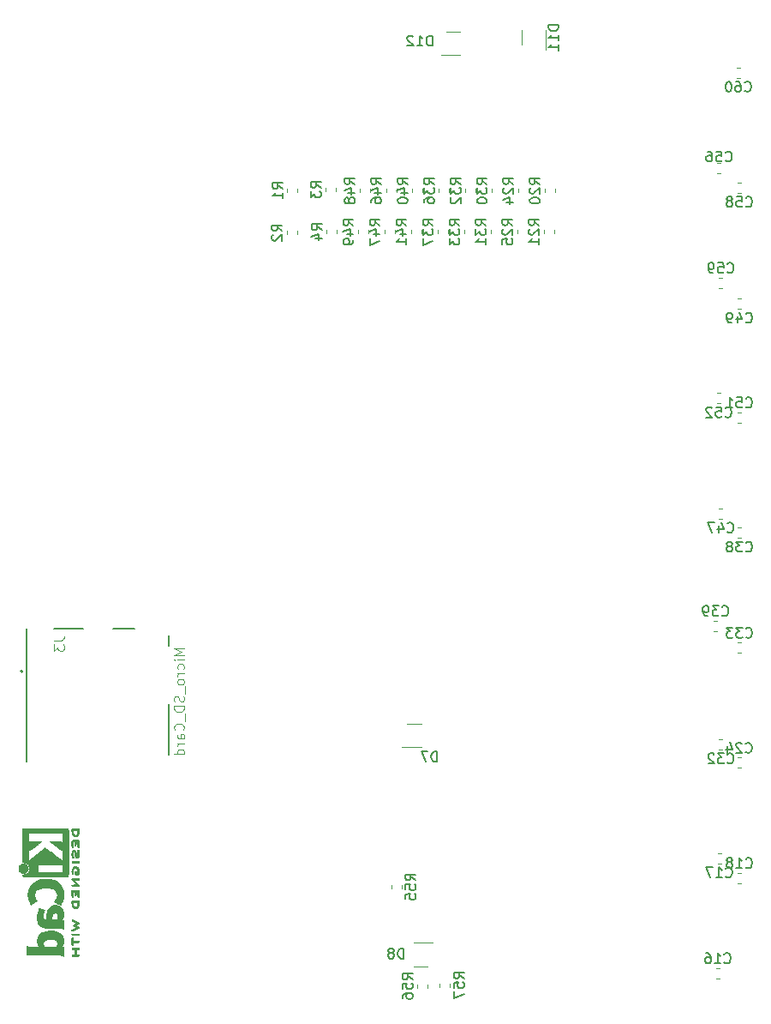
<source format=gbr>
G04 #@! TF.GenerationSoftware,KiCad,Pcbnew,(5.1.0)-1*
G04 #@! TF.CreationDate,2019-05-24T17:58:47+02:00*
G04 #@! TF.ProjectId,TiN_analog_sensor_emulation,54694e5f-616e-4616-9c6f-675f73656e73,rev?*
G04 #@! TF.SameCoordinates,Original*
G04 #@! TF.FileFunction,Legend,Bot*
G04 #@! TF.FilePolarity,Positive*
%FSLAX46Y46*%
G04 Gerber Fmt 4.6, Leading zero omitted, Abs format (unit mm)*
G04 Created by KiCad (PCBNEW (5.1.0)-1) date 2019-05-24 17:58:47*
%MOMM*%
%LPD*%
G04 APERTURE LIST*
%ADD10C,0.127000*%
%ADD11C,0.200000*%
%ADD12C,0.010000*%
%ADD13C,0.120000*%
%ADD14C,0.050000*%
%ADD15C,0.150000*%
G04 APERTURE END LIST*
D10*
X105969000Y-110798000D02*
X108069000Y-110798000D01*
X100069000Y-110798000D02*
X102969000Y-110798000D01*
D11*
X97019000Y-114968000D02*
G75*
G03X97019000Y-114968000I-100000J0D01*
G01*
D10*
X111419000Y-111472000D02*
X111419000Y-112474000D01*
X111419000Y-118222000D02*
X111419000Y-123224000D01*
X97369000Y-110798000D02*
X97369000Y-123898000D01*
D12*
G36*
X101842533Y-143007823D02*
G01*
X101864776Y-143039202D01*
X101892485Y-143066911D01*
X102201920Y-143066911D01*
X102293799Y-143066838D01*
X102365840Y-143066495D01*
X102420780Y-143065692D01*
X102461360Y-143064241D01*
X102490317Y-143061952D01*
X102510391Y-143058636D01*
X102524321Y-143054105D01*
X102534845Y-143048169D01*
X102541100Y-143043514D01*
X102565673Y-143012783D01*
X102568341Y-142977496D01*
X102553271Y-142945245D01*
X102544374Y-142934588D01*
X102532557Y-142927464D01*
X102513526Y-142923167D01*
X102482992Y-142920991D01*
X102436662Y-142920228D01*
X102400871Y-142920155D01*
X102266045Y-142920155D01*
X102266045Y-142423444D01*
X102388700Y-142423444D01*
X102444787Y-142422931D01*
X102483333Y-142420876D01*
X102509361Y-142416508D01*
X102527897Y-142409056D01*
X102541100Y-142400047D01*
X102565604Y-142369144D01*
X102568506Y-142334196D01*
X102551089Y-142300738D01*
X102541959Y-142291604D01*
X102529855Y-142285152D01*
X102511001Y-142280897D01*
X102481620Y-142278352D01*
X102437937Y-142277029D01*
X102376175Y-142276443D01*
X102362000Y-142276375D01*
X102245631Y-142275891D01*
X102149727Y-142275641D01*
X102072177Y-142275723D01*
X102010869Y-142276231D01*
X101963690Y-142277262D01*
X101928530Y-142278913D01*
X101903276Y-142281279D01*
X101885817Y-142284457D01*
X101874041Y-142288544D01*
X101865835Y-142293634D01*
X101859645Y-142299266D01*
X101839844Y-142331128D01*
X101842533Y-142364357D01*
X101864776Y-142395735D01*
X101879126Y-142408433D01*
X101894978Y-142416526D01*
X101917554Y-142421042D01*
X101952078Y-142423006D01*
X102003776Y-142423444D01*
X102119289Y-142423444D01*
X102119289Y-142920155D01*
X102000756Y-142920155D01*
X101946148Y-142920662D01*
X101909275Y-142922698D01*
X101885307Y-142927035D01*
X101869415Y-142934447D01*
X101859645Y-142942733D01*
X101839844Y-142974594D01*
X101842533Y-143007823D01*
X101842533Y-143007823D01*
G37*
X101842533Y-143007823D02*
X101864776Y-143039202D01*
X101892485Y-143066911D01*
X102201920Y-143066911D01*
X102293799Y-143066838D01*
X102365840Y-143066495D01*
X102420780Y-143065692D01*
X102461360Y-143064241D01*
X102490317Y-143061952D01*
X102510391Y-143058636D01*
X102524321Y-143054105D01*
X102534845Y-143048169D01*
X102541100Y-143043514D01*
X102565673Y-143012783D01*
X102568341Y-142977496D01*
X102553271Y-142945245D01*
X102544374Y-142934588D01*
X102532557Y-142927464D01*
X102513526Y-142923167D01*
X102482992Y-142920991D01*
X102436662Y-142920228D01*
X102400871Y-142920155D01*
X102266045Y-142920155D01*
X102266045Y-142423444D01*
X102388700Y-142423444D01*
X102444787Y-142422931D01*
X102483333Y-142420876D01*
X102509361Y-142416508D01*
X102527897Y-142409056D01*
X102541100Y-142400047D01*
X102565604Y-142369144D01*
X102568506Y-142334196D01*
X102551089Y-142300738D01*
X102541959Y-142291604D01*
X102529855Y-142285152D01*
X102511001Y-142280897D01*
X102481620Y-142278352D01*
X102437937Y-142277029D01*
X102376175Y-142276443D01*
X102362000Y-142276375D01*
X102245631Y-142275891D01*
X102149727Y-142275641D01*
X102072177Y-142275723D01*
X102010869Y-142276231D01*
X101963690Y-142277262D01*
X101928530Y-142278913D01*
X101903276Y-142281279D01*
X101885817Y-142284457D01*
X101874041Y-142288544D01*
X101865835Y-142293634D01*
X101859645Y-142299266D01*
X101839844Y-142331128D01*
X101842533Y-142364357D01*
X101864776Y-142395735D01*
X101879126Y-142408433D01*
X101894978Y-142416526D01*
X101917554Y-142421042D01*
X101952078Y-142423006D01*
X102003776Y-142423444D01*
X102119289Y-142423444D01*
X102119289Y-142920155D01*
X102000756Y-142920155D01*
X101946148Y-142920662D01*
X101909275Y-142922698D01*
X101885307Y-142927035D01*
X101869415Y-142934447D01*
X101859645Y-142942733D01*
X101839844Y-142974594D01*
X101842533Y-143007823D01*
G36*
X101837163Y-141742065D02*
G01*
X101837542Y-141820772D01*
X101838333Y-141881863D01*
X101839670Y-141927817D01*
X101841683Y-141961114D01*
X101844506Y-141984236D01*
X101848269Y-141999662D01*
X101853105Y-142009871D01*
X101856822Y-142014813D01*
X101889358Y-142040457D01*
X101923138Y-142043559D01*
X101953826Y-142027711D01*
X101966089Y-142017348D01*
X101974450Y-142006196D01*
X101979657Y-141990035D01*
X101982457Y-141964642D01*
X101983596Y-141925798D01*
X101983821Y-141869280D01*
X101983822Y-141858180D01*
X101983822Y-141712244D01*
X102254756Y-141712244D01*
X102340154Y-141712148D01*
X102405864Y-141711711D01*
X102454774Y-141710712D01*
X102489773Y-141708928D01*
X102513749Y-141706137D01*
X102529593Y-141702117D01*
X102540191Y-141696645D01*
X102548267Y-141689666D01*
X102568112Y-141656734D01*
X102566548Y-141622354D01*
X102543906Y-141591176D01*
X102541100Y-141588886D01*
X102530492Y-141581429D01*
X102518081Y-141575747D01*
X102500850Y-141571601D01*
X102475784Y-141568750D01*
X102439867Y-141566954D01*
X102390083Y-141565972D01*
X102323417Y-141565564D01*
X102247589Y-141565489D01*
X101983822Y-141565489D01*
X101983822Y-141426127D01*
X101983418Y-141366322D01*
X101981840Y-141324918D01*
X101978547Y-141297748D01*
X101972992Y-141280646D01*
X101964631Y-141269443D01*
X101963178Y-141268083D01*
X101929939Y-141251725D01*
X101892362Y-141253172D01*
X101859645Y-141271978D01*
X101853298Y-141279250D01*
X101848266Y-141288627D01*
X101844396Y-141302609D01*
X101841537Y-141323696D01*
X101839535Y-141354389D01*
X101838239Y-141397189D01*
X101837498Y-141454595D01*
X101837158Y-141529110D01*
X101837068Y-141623233D01*
X101837067Y-141643260D01*
X101837163Y-141742065D01*
X101837163Y-141742065D01*
G37*
X101837163Y-141742065D02*
X101837542Y-141820772D01*
X101838333Y-141881863D01*
X101839670Y-141927817D01*
X101841683Y-141961114D01*
X101844506Y-141984236D01*
X101848269Y-141999662D01*
X101853105Y-142009871D01*
X101856822Y-142014813D01*
X101889358Y-142040457D01*
X101923138Y-142043559D01*
X101953826Y-142027711D01*
X101966089Y-142017348D01*
X101974450Y-142006196D01*
X101979657Y-141990035D01*
X101982457Y-141964642D01*
X101983596Y-141925798D01*
X101983821Y-141869280D01*
X101983822Y-141858180D01*
X101983822Y-141712244D01*
X102254756Y-141712244D01*
X102340154Y-141712148D01*
X102405864Y-141711711D01*
X102454774Y-141710712D01*
X102489773Y-141708928D01*
X102513749Y-141706137D01*
X102529593Y-141702117D01*
X102540191Y-141696645D01*
X102548267Y-141689666D01*
X102568112Y-141656734D01*
X102566548Y-141622354D01*
X102543906Y-141591176D01*
X102541100Y-141588886D01*
X102530492Y-141581429D01*
X102518081Y-141575747D01*
X102500850Y-141571601D01*
X102475784Y-141568750D01*
X102439867Y-141566954D01*
X102390083Y-141565972D01*
X102323417Y-141565564D01*
X102247589Y-141565489D01*
X101983822Y-141565489D01*
X101983822Y-141426127D01*
X101983418Y-141366322D01*
X101981840Y-141324918D01*
X101978547Y-141297748D01*
X101972992Y-141280646D01*
X101964631Y-141269443D01*
X101963178Y-141268083D01*
X101929939Y-141251725D01*
X101892362Y-141253172D01*
X101859645Y-141271978D01*
X101853298Y-141279250D01*
X101848266Y-141288627D01*
X101844396Y-141302609D01*
X101841537Y-141323696D01*
X101839535Y-141354389D01*
X101838239Y-141397189D01*
X101837498Y-141454595D01*
X101837158Y-141529110D01*
X101837068Y-141623233D01*
X101837067Y-141643260D01*
X101837163Y-141742065D01*
G36*
X101843877Y-140967614D02*
G01*
X101858647Y-140991327D01*
X101880227Y-141017978D01*
X102201773Y-141017978D01*
X102295830Y-141017893D01*
X102369932Y-141017529D01*
X102426704Y-141016724D01*
X102468768Y-141015313D01*
X102498748Y-141013133D01*
X102519267Y-141010021D01*
X102532949Y-141005814D01*
X102542416Y-141000348D01*
X102547082Y-140996472D01*
X102567575Y-140965034D01*
X102566739Y-140929233D01*
X102549264Y-140897873D01*
X102527684Y-140871222D01*
X101880227Y-140871222D01*
X101858647Y-140897873D01*
X101842949Y-140923594D01*
X101837067Y-140944600D01*
X101843877Y-140967614D01*
X101843877Y-140967614D01*
G37*
X101843877Y-140967614D02*
X101858647Y-140991327D01*
X101880227Y-141017978D01*
X102201773Y-141017978D01*
X102295830Y-141017893D01*
X102369932Y-141017529D01*
X102426704Y-141016724D01*
X102468768Y-141015313D01*
X102498748Y-141013133D01*
X102519267Y-141010021D01*
X102532949Y-141005814D01*
X102542416Y-141000348D01*
X102547082Y-140996472D01*
X102567575Y-140965034D01*
X102566739Y-140929233D01*
X102549264Y-140897873D01*
X102527684Y-140871222D01*
X101880227Y-140871222D01*
X101858647Y-140897873D01*
X101842949Y-140923594D01*
X101837067Y-140944600D01*
X101843877Y-140967614D01*
G36*
X101839034Y-140523665D02*
G01*
X101846035Y-140543255D01*
X101846377Y-140544010D01*
X101866678Y-140570613D01*
X101887561Y-140585270D01*
X101897352Y-140588138D01*
X101910361Y-140587996D01*
X101928895Y-140583961D01*
X101955257Y-140575146D01*
X101991752Y-140560669D01*
X102040687Y-140539645D01*
X102104365Y-140511188D01*
X102185093Y-140474415D01*
X102229216Y-140454175D01*
X102307985Y-140417625D01*
X102380423Y-140383315D01*
X102443880Y-140352552D01*
X102495708Y-140326648D01*
X102533259Y-140306910D01*
X102553884Y-140294650D01*
X102556733Y-140292224D01*
X102569302Y-140261183D01*
X102567619Y-140226121D01*
X102552332Y-140198000D01*
X102551089Y-140196854D01*
X102534154Y-140185668D01*
X102501170Y-140166904D01*
X102456380Y-140142875D01*
X102404032Y-140115897D01*
X102384742Y-140106201D01*
X102238150Y-140033014D01*
X102397393Y-139953240D01*
X102452415Y-139924767D01*
X102500132Y-139898350D01*
X102536893Y-139876148D01*
X102559044Y-139860319D01*
X102563741Y-139854954D01*
X102570102Y-139813257D01*
X102556733Y-139778849D01*
X102542446Y-139768728D01*
X102510692Y-139751214D01*
X102464597Y-139727735D01*
X102407285Y-139699720D01*
X102341880Y-139668599D01*
X102271507Y-139635799D01*
X102199291Y-139602750D01*
X102128355Y-139570881D01*
X102061825Y-139541619D01*
X102002826Y-139516395D01*
X101954481Y-139496636D01*
X101919915Y-139483772D01*
X101902253Y-139479231D01*
X101901613Y-139479277D01*
X101879388Y-139490326D01*
X101856753Y-139512410D01*
X101855768Y-139513710D01*
X101840425Y-139540853D01*
X101840574Y-139565958D01*
X101843466Y-139575368D01*
X101849718Y-139586834D01*
X101862014Y-139599010D01*
X101882908Y-139613357D01*
X101914949Y-139631336D01*
X101960688Y-139654407D01*
X102022677Y-139684030D01*
X102079898Y-139710745D01*
X102146226Y-139741480D01*
X102205874Y-139769021D01*
X102255725Y-139791938D01*
X102292664Y-139808798D01*
X102313573Y-139818173D01*
X102316845Y-139819540D01*
X102311497Y-139825689D01*
X102289109Y-139839822D01*
X102252946Y-139860057D01*
X102206277Y-139884515D01*
X102187022Y-139894248D01*
X102122004Y-139927217D01*
X102074654Y-139952643D01*
X102042219Y-139972612D01*
X102021946Y-139989210D01*
X102011082Y-140004524D01*
X102006875Y-140020640D01*
X102006400Y-140031143D01*
X102008042Y-140049670D01*
X102014831Y-140065904D01*
X102029566Y-140082035D01*
X102055044Y-140100251D01*
X102094061Y-140122739D01*
X102149414Y-140151689D01*
X102180903Y-140167662D01*
X102231087Y-140193570D01*
X102272704Y-140216167D01*
X102302242Y-140233458D01*
X102316189Y-140243450D01*
X102316770Y-140244809D01*
X102305793Y-140251261D01*
X102277290Y-140265708D01*
X102234244Y-140286703D01*
X102179638Y-140312797D01*
X102116454Y-140342546D01*
X102085071Y-140357180D01*
X102004078Y-140395250D01*
X101941756Y-140425905D01*
X101896071Y-140450737D01*
X101864989Y-140471337D01*
X101846478Y-140489298D01*
X101838504Y-140506210D01*
X101839034Y-140523665D01*
X101839034Y-140523665D01*
G37*
X101839034Y-140523665D02*
X101846035Y-140543255D01*
X101846377Y-140544010D01*
X101866678Y-140570613D01*
X101887561Y-140585270D01*
X101897352Y-140588138D01*
X101910361Y-140587996D01*
X101928895Y-140583961D01*
X101955257Y-140575146D01*
X101991752Y-140560669D01*
X102040687Y-140539645D01*
X102104365Y-140511188D01*
X102185093Y-140474415D01*
X102229216Y-140454175D01*
X102307985Y-140417625D01*
X102380423Y-140383315D01*
X102443880Y-140352552D01*
X102495708Y-140326648D01*
X102533259Y-140306910D01*
X102553884Y-140294650D01*
X102556733Y-140292224D01*
X102569302Y-140261183D01*
X102567619Y-140226121D01*
X102552332Y-140198000D01*
X102551089Y-140196854D01*
X102534154Y-140185668D01*
X102501170Y-140166904D01*
X102456380Y-140142875D01*
X102404032Y-140115897D01*
X102384742Y-140106201D01*
X102238150Y-140033014D01*
X102397393Y-139953240D01*
X102452415Y-139924767D01*
X102500132Y-139898350D01*
X102536893Y-139876148D01*
X102559044Y-139860319D01*
X102563741Y-139854954D01*
X102570102Y-139813257D01*
X102556733Y-139778849D01*
X102542446Y-139768728D01*
X102510692Y-139751214D01*
X102464597Y-139727735D01*
X102407285Y-139699720D01*
X102341880Y-139668599D01*
X102271507Y-139635799D01*
X102199291Y-139602750D01*
X102128355Y-139570881D01*
X102061825Y-139541619D01*
X102002826Y-139516395D01*
X101954481Y-139496636D01*
X101919915Y-139483772D01*
X101902253Y-139479231D01*
X101901613Y-139479277D01*
X101879388Y-139490326D01*
X101856753Y-139512410D01*
X101855768Y-139513710D01*
X101840425Y-139540853D01*
X101840574Y-139565958D01*
X101843466Y-139575368D01*
X101849718Y-139586834D01*
X101862014Y-139599010D01*
X101882908Y-139613357D01*
X101914949Y-139631336D01*
X101960688Y-139654407D01*
X102022677Y-139684030D01*
X102079898Y-139710745D01*
X102146226Y-139741480D01*
X102205874Y-139769021D01*
X102255725Y-139791938D01*
X102292664Y-139808798D01*
X102313573Y-139818173D01*
X102316845Y-139819540D01*
X102311497Y-139825689D01*
X102289109Y-139839822D01*
X102252946Y-139860057D01*
X102206277Y-139884515D01*
X102187022Y-139894248D01*
X102122004Y-139927217D01*
X102074654Y-139952643D01*
X102042219Y-139972612D01*
X102021946Y-139989210D01*
X102011082Y-140004524D01*
X102006875Y-140020640D01*
X102006400Y-140031143D01*
X102008042Y-140049670D01*
X102014831Y-140065904D01*
X102029566Y-140082035D01*
X102055044Y-140100251D01*
X102094061Y-140122739D01*
X102149414Y-140151689D01*
X102180903Y-140167662D01*
X102231087Y-140193570D01*
X102272704Y-140216167D01*
X102302242Y-140233458D01*
X102316189Y-140243450D01*
X102316770Y-140244809D01*
X102305793Y-140251261D01*
X102277290Y-140265708D01*
X102234244Y-140286703D01*
X102179638Y-140312797D01*
X102116454Y-140342546D01*
X102085071Y-140357180D01*
X102004078Y-140395250D01*
X101941756Y-140425905D01*
X101896071Y-140450737D01*
X101864989Y-140471337D01*
X101846478Y-140489298D01*
X101838504Y-140506210D01*
X101839034Y-140523665D01*
G36*
X101837275Y-137797309D02*
G01*
X101841636Y-137926288D01*
X101854861Y-138035991D01*
X101877741Y-138128226D01*
X101911070Y-138204802D01*
X101955638Y-138267527D01*
X102012236Y-138318212D01*
X102081658Y-138358663D01*
X102083351Y-138359459D01*
X102145483Y-138383601D01*
X102200509Y-138392203D01*
X102255887Y-138385231D01*
X102319073Y-138362654D01*
X102328689Y-138358372D01*
X102384966Y-138329172D01*
X102428451Y-138296356D01*
X102465417Y-138254002D01*
X102502135Y-138196190D01*
X102504052Y-138192831D01*
X102528227Y-138142504D01*
X102546282Y-138085621D01*
X102558839Y-138018527D01*
X102566522Y-137937565D01*
X102569953Y-137839082D01*
X102570251Y-137804286D01*
X102570845Y-137638594D01*
X102541100Y-137615197D01*
X102531319Y-137608257D01*
X102519897Y-137602842D01*
X102504095Y-137598765D01*
X102481175Y-137595837D01*
X102448396Y-137593867D01*
X102424089Y-137593225D01*
X102424089Y-137749844D01*
X102424089Y-137843726D01*
X102422483Y-137898664D01*
X102418255Y-137955060D01*
X102412292Y-138001345D01*
X102411790Y-138004139D01*
X102389736Y-138086348D01*
X102356600Y-138150114D01*
X102310847Y-138197452D01*
X102250939Y-138230382D01*
X102235061Y-138236108D01*
X102210333Y-138241721D01*
X102185902Y-138239291D01*
X102153400Y-138227467D01*
X102137434Y-138220340D01*
X102095006Y-138197000D01*
X102065240Y-138168880D01*
X102044511Y-138137940D01*
X102017537Y-138075966D01*
X101997998Y-137996651D01*
X101986746Y-137904253D01*
X101984270Y-137837333D01*
X101983822Y-137749844D01*
X102424089Y-137749844D01*
X102424089Y-137593225D01*
X102403021Y-137592668D01*
X102342311Y-137592050D01*
X102263526Y-137591825D01*
X102201920Y-137591800D01*
X101892485Y-137591800D01*
X101864776Y-137619509D01*
X101853544Y-137631806D01*
X101845853Y-137645103D01*
X101841040Y-137663672D01*
X101838446Y-137691786D01*
X101837410Y-137733717D01*
X101837270Y-137793737D01*
X101837275Y-137797309D01*
X101837275Y-137797309D01*
G37*
X101837275Y-137797309D02*
X101841636Y-137926288D01*
X101854861Y-138035991D01*
X101877741Y-138128226D01*
X101911070Y-138204802D01*
X101955638Y-138267527D01*
X102012236Y-138318212D01*
X102081658Y-138358663D01*
X102083351Y-138359459D01*
X102145483Y-138383601D01*
X102200509Y-138392203D01*
X102255887Y-138385231D01*
X102319073Y-138362654D01*
X102328689Y-138358372D01*
X102384966Y-138329172D01*
X102428451Y-138296356D01*
X102465417Y-138254002D01*
X102502135Y-138196190D01*
X102504052Y-138192831D01*
X102528227Y-138142504D01*
X102546282Y-138085621D01*
X102558839Y-138018527D01*
X102566522Y-137937565D01*
X102569953Y-137839082D01*
X102570251Y-137804286D01*
X102570845Y-137638594D01*
X102541100Y-137615197D01*
X102531319Y-137608257D01*
X102519897Y-137602842D01*
X102504095Y-137598765D01*
X102481175Y-137595837D01*
X102448396Y-137593867D01*
X102424089Y-137593225D01*
X102424089Y-137749844D01*
X102424089Y-137843726D01*
X102422483Y-137898664D01*
X102418255Y-137955060D01*
X102412292Y-138001345D01*
X102411790Y-138004139D01*
X102389736Y-138086348D01*
X102356600Y-138150114D01*
X102310847Y-138197452D01*
X102250939Y-138230382D01*
X102235061Y-138236108D01*
X102210333Y-138241721D01*
X102185902Y-138239291D01*
X102153400Y-138227467D01*
X102137434Y-138220340D01*
X102095006Y-138197000D01*
X102065240Y-138168880D01*
X102044511Y-138137940D01*
X102017537Y-138075966D01*
X101997998Y-137996651D01*
X101986746Y-137904253D01*
X101984270Y-137837333D01*
X101983822Y-137749844D01*
X102424089Y-137749844D01*
X102424089Y-137593225D01*
X102403021Y-137592668D01*
X102342311Y-137592050D01*
X102263526Y-137591825D01*
X102201920Y-137591800D01*
X101892485Y-137591800D01*
X101864776Y-137619509D01*
X101853544Y-137631806D01*
X101845853Y-137645103D01*
X101841040Y-137663672D01*
X101838446Y-137691786D01*
X101837410Y-137733717D01*
X101837270Y-137793737D01*
X101837275Y-137797309D01*
G36*
X101837260Y-137009343D02*
G01*
X101838174Y-137085701D01*
X101840311Y-137144217D01*
X101844175Y-137187255D01*
X101850267Y-137217183D01*
X101859090Y-137236368D01*
X101871146Y-137247176D01*
X101886939Y-137251973D01*
X101906970Y-137253127D01*
X101909335Y-137253133D01*
X101931992Y-137252131D01*
X101949503Y-137247396D01*
X101962574Y-137236333D01*
X101971913Y-137216348D01*
X101978227Y-137184846D01*
X101982222Y-137139232D01*
X101984606Y-137076913D01*
X101986086Y-136995293D01*
X101986414Y-136970277D01*
X101989467Y-136728200D01*
X102054378Y-136724814D01*
X102119289Y-136721429D01*
X102119289Y-136889576D01*
X102119531Y-136955266D01*
X102120556Y-137002172D01*
X102122811Y-137034083D01*
X102126742Y-137054791D01*
X102132798Y-137068084D01*
X102141424Y-137077755D01*
X102141493Y-137077817D01*
X102175112Y-137095356D01*
X102211448Y-137094722D01*
X102242423Y-137076314D01*
X102245607Y-137072671D01*
X102253812Y-137059741D01*
X102259521Y-137042024D01*
X102263162Y-137015570D01*
X102265167Y-136976432D01*
X102265964Y-136920662D01*
X102266045Y-136884994D01*
X102266045Y-136722555D01*
X102424089Y-136722555D01*
X102424089Y-136969161D01*
X102424231Y-137050580D01*
X102424814Y-137112410D01*
X102426068Y-137157637D01*
X102428227Y-137189248D01*
X102431523Y-137210231D01*
X102436189Y-137223573D01*
X102442457Y-137232261D01*
X102444733Y-137234450D01*
X102476280Y-137250614D01*
X102512168Y-137251797D01*
X102543285Y-137238536D01*
X102553271Y-137228043D01*
X102558769Y-137217129D01*
X102563022Y-137200217D01*
X102566180Y-137174633D01*
X102568392Y-137137701D01*
X102569806Y-137086746D01*
X102570572Y-137019094D01*
X102570838Y-136932069D01*
X102570845Y-136912394D01*
X102570787Y-136823911D01*
X102570467Y-136755227D01*
X102569667Y-136703564D01*
X102568167Y-136666145D01*
X102565749Y-136640190D01*
X102562194Y-136622922D01*
X102557282Y-136611562D01*
X102550795Y-136603332D01*
X102546138Y-136598817D01*
X102537889Y-136592021D01*
X102527669Y-136586712D01*
X102512800Y-136582706D01*
X102490602Y-136579821D01*
X102458393Y-136577874D01*
X102413496Y-136576681D01*
X102353228Y-136576061D01*
X102274911Y-136575829D01*
X102208994Y-136575800D01*
X102116628Y-136575871D01*
X102044117Y-136576208D01*
X101988737Y-136576998D01*
X101947765Y-136578426D01*
X101918478Y-136580679D01*
X101898153Y-136583943D01*
X101884066Y-136588404D01*
X101873495Y-136594248D01*
X101866811Y-136599197D01*
X101837067Y-136622594D01*
X101837067Y-136912774D01*
X101837260Y-137009343D01*
X101837260Y-137009343D01*
G37*
X101837260Y-137009343D02*
X101838174Y-137085701D01*
X101840311Y-137144217D01*
X101844175Y-137187255D01*
X101850267Y-137217183D01*
X101859090Y-137236368D01*
X101871146Y-137247176D01*
X101886939Y-137251973D01*
X101906970Y-137253127D01*
X101909335Y-137253133D01*
X101931992Y-137252131D01*
X101949503Y-137247396D01*
X101962574Y-137236333D01*
X101971913Y-137216348D01*
X101978227Y-137184846D01*
X101982222Y-137139232D01*
X101984606Y-137076913D01*
X101986086Y-136995293D01*
X101986414Y-136970277D01*
X101989467Y-136728200D01*
X102054378Y-136724814D01*
X102119289Y-136721429D01*
X102119289Y-136889576D01*
X102119531Y-136955266D01*
X102120556Y-137002172D01*
X102122811Y-137034083D01*
X102126742Y-137054791D01*
X102132798Y-137068084D01*
X102141424Y-137077755D01*
X102141493Y-137077817D01*
X102175112Y-137095356D01*
X102211448Y-137094722D01*
X102242423Y-137076314D01*
X102245607Y-137072671D01*
X102253812Y-137059741D01*
X102259521Y-137042024D01*
X102263162Y-137015570D01*
X102265167Y-136976432D01*
X102265964Y-136920662D01*
X102266045Y-136884994D01*
X102266045Y-136722555D01*
X102424089Y-136722555D01*
X102424089Y-136969161D01*
X102424231Y-137050580D01*
X102424814Y-137112410D01*
X102426068Y-137157637D01*
X102428227Y-137189248D01*
X102431523Y-137210231D01*
X102436189Y-137223573D01*
X102442457Y-137232261D01*
X102444733Y-137234450D01*
X102476280Y-137250614D01*
X102512168Y-137251797D01*
X102543285Y-137238536D01*
X102553271Y-137228043D01*
X102558769Y-137217129D01*
X102563022Y-137200217D01*
X102566180Y-137174633D01*
X102568392Y-137137701D01*
X102569806Y-137086746D01*
X102570572Y-137019094D01*
X102570838Y-136932069D01*
X102570845Y-136912394D01*
X102570787Y-136823911D01*
X102570467Y-136755227D01*
X102569667Y-136703564D01*
X102568167Y-136666145D01*
X102565749Y-136640190D01*
X102562194Y-136622922D01*
X102557282Y-136611562D01*
X102550795Y-136603332D01*
X102546138Y-136598817D01*
X102537889Y-136592021D01*
X102527669Y-136586712D01*
X102512800Y-136582706D01*
X102490602Y-136579821D01*
X102458393Y-136577874D01*
X102413496Y-136576681D01*
X102353228Y-136576061D01*
X102274911Y-136575829D01*
X102208994Y-136575800D01*
X102116628Y-136575871D01*
X102044117Y-136576208D01*
X101988737Y-136576998D01*
X101947765Y-136578426D01*
X101918478Y-136580679D01*
X101898153Y-136583943D01*
X101884066Y-136588404D01*
X101873495Y-136594248D01*
X101866811Y-136599197D01*
X101837067Y-136622594D01*
X101837067Y-136912774D01*
X101837260Y-137009343D01*
G36*
X101841448Y-135478886D02*
G01*
X101855273Y-135502452D01*
X101877881Y-135533265D01*
X101910338Y-135572922D01*
X101953708Y-135623020D01*
X102009058Y-135685157D01*
X102077451Y-135760928D01*
X102156084Y-135847666D01*
X102319878Y-136028289D01*
X102100029Y-136033933D01*
X102024351Y-136035971D01*
X101967994Y-136037937D01*
X101927706Y-136040266D01*
X101900235Y-136043394D01*
X101882329Y-136047755D01*
X101870737Y-136053784D01*
X101862208Y-136061916D01*
X101858623Y-136066228D01*
X101839670Y-136100759D01*
X101842441Y-136133617D01*
X101858633Y-136159682D01*
X101880199Y-136186333D01*
X102195151Y-136189648D01*
X102287779Y-136190565D01*
X102360544Y-136191032D01*
X102416161Y-136190887D01*
X102457342Y-136189968D01*
X102486803Y-136188113D01*
X102507255Y-136185161D01*
X102521413Y-136180950D01*
X102531991Y-136175318D01*
X102540474Y-136169073D01*
X102556207Y-136155561D01*
X102566636Y-136142117D01*
X102570639Y-136126876D01*
X102567094Y-136107974D01*
X102554879Y-136083545D01*
X102532871Y-136051727D01*
X102499949Y-136010652D01*
X102454991Y-135958458D01*
X102396875Y-135893278D01*
X102330099Y-135819444D01*
X102089458Y-135554155D01*
X102308589Y-135548511D01*
X102384128Y-135546469D01*
X102440354Y-135544498D01*
X102480524Y-135542161D01*
X102507896Y-135539019D01*
X102525728Y-135534636D01*
X102537279Y-135528576D01*
X102545807Y-135520400D01*
X102549282Y-135516216D01*
X102568372Y-135479235D01*
X102565493Y-135444292D01*
X102541100Y-135413864D01*
X102531286Y-135406903D01*
X102519826Y-135401477D01*
X102503968Y-135397397D01*
X102480963Y-135394471D01*
X102448062Y-135392508D01*
X102402516Y-135391317D01*
X102341573Y-135390708D01*
X102262486Y-135390489D01*
X102203956Y-135390466D01*
X102112407Y-135390540D01*
X102040687Y-135390887D01*
X101986045Y-135391699D01*
X101945732Y-135393167D01*
X101916998Y-135395481D01*
X101897093Y-135398833D01*
X101883268Y-135403412D01*
X101872772Y-135409411D01*
X101866811Y-135413864D01*
X101852691Y-135425150D01*
X101842029Y-135435699D01*
X101835892Y-135447107D01*
X101835343Y-135460970D01*
X101841448Y-135478886D01*
X101841448Y-135478886D01*
G37*
X101841448Y-135478886D02*
X101855273Y-135502452D01*
X101877881Y-135533265D01*
X101910338Y-135572922D01*
X101953708Y-135623020D01*
X102009058Y-135685157D01*
X102077451Y-135760928D01*
X102156084Y-135847666D01*
X102319878Y-136028289D01*
X102100029Y-136033933D01*
X102024351Y-136035971D01*
X101967994Y-136037937D01*
X101927706Y-136040266D01*
X101900235Y-136043394D01*
X101882329Y-136047755D01*
X101870737Y-136053784D01*
X101862208Y-136061916D01*
X101858623Y-136066228D01*
X101839670Y-136100759D01*
X101842441Y-136133617D01*
X101858633Y-136159682D01*
X101880199Y-136186333D01*
X102195151Y-136189648D01*
X102287779Y-136190565D01*
X102360544Y-136191032D01*
X102416161Y-136190887D01*
X102457342Y-136189968D01*
X102486803Y-136188113D01*
X102507255Y-136185161D01*
X102521413Y-136180950D01*
X102531991Y-136175318D01*
X102540474Y-136169073D01*
X102556207Y-136155561D01*
X102566636Y-136142117D01*
X102570639Y-136126876D01*
X102567094Y-136107974D01*
X102554879Y-136083545D01*
X102532871Y-136051727D01*
X102499949Y-136010652D01*
X102454991Y-135958458D01*
X102396875Y-135893278D01*
X102330099Y-135819444D01*
X102089458Y-135554155D01*
X102308589Y-135548511D01*
X102384128Y-135546469D01*
X102440354Y-135544498D01*
X102480524Y-135542161D01*
X102507896Y-135539019D01*
X102525728Y-135534636D01*
X102537279Y-135528576D01*
X102545807Y-135520400D01*
X102549282Y-135516216D01*
X102568372Y-135479235D01*
X102565493Y-135444292D01*
X102541100Y-135413864D01*
X102531286Y-135406903D01*
X102519826Y-135401477D01*
X102503968Y-135397397D01*
X102480963Y-135394471D01*
X102448062Y-135392508D01*
X102402516Y-135391317D01*
X102341573Y-135390708D01*
X102262486Y-135390489D01*
X102203956Y-135390466D01*
X102112407Y-135390540D01*
X102040687Y-135390887D01*
X101986045Y-135391699D01*
X101945732Y-135393167D01*
X101916998Y-135395481D01*
X101897093Y-135398833D01*
X101883268Y-135403412D01*
X101872772Y-135409411D01*
X101866811Y-135413864D01*
X101852691Y-135425150D01*
X101842029Y-135435699D01*
X101835892Y-135447107D01*
X101835343Y-135460970D01*
X101841448Y-135478886D01*
G36*
X101842599Y-134828919D02*
G01*
X101854095Y-134897435D01*
X101871967Y-134950057D01*
X101895499Y-134984292D01*
X101908924Y-134993621D01*
X101940148Y-135003107D01*
X101968395Y-134996723D01*
X101995182Y-134976570D01*
X102007713Y-134945255D01*
X102006696Y-134899817D01*
X101999906Y-134864674D01*
X101986971Y-134786581D01*
X101985742Y-134706774D01*
X101996241Y-134617445D01*
X102000690Y-134592771D01*
X102024108Y-134509709D01*
X102058945Y-134444727D01*
X102104604Y-134398539D01*
X102160494Y-134371855D01*
X102189388Y-134366337D01*
X102248012Y-134369949D01*
X102299879Y-134393271D01*
X102343978Y-134434176D01*
X102379299Y-134490541D01*
X102404829Y-134560240D01*
X102419559Y-134641148D01*
X102422478Y-134731140D01*
X102412575Y-134828090D01*
X102411641Y-134833564D01*
X102404459Y-134872125D01*
X102397521Y-134893506D01*
X102387227Y-134902773D01*
X102369976Y-134904994D01*
X102360841Y-134905044D01*
X102322489Y-134905044D01*
X102322489Y-134836569D01*
X102318347Y-134776100D01*
X102305147Y-134734835D01*
X102281730Y-134710825D01*
X102246936Y-134702123D01*
X102242394Y-134702017D01*
X102212654Y-134707108D01*
X102191419Y-134724567D01*
X102177366Y-134757061D01*
X102169173Y-134807257D01*
X102166161Y-134855877D01*
X102164433Y-134926544D01*
X102167070Y-134977802D01*
X102176800Y-135012761D01*
X102196353Y-135034530D01*
X102228456Y-135046220D01*
X102275838Y-135050940D01*
X102338071Y-135051800D01*
X102407535Y-135050391D01*
X102454786Y-135046152D01*
X102480012Y-135039064D01*
X102481988Y-135037689D01*
X102513508Y-134998772D01*
X102538470Y-134941714D01*
X102556340Y-134870131D01*
X102566586Y-134787642D01*
X102568673Y-134697861D01*
X102562068Y-134604408D01*
X102553956Y-134549444D01*
X102529554Y-134463234D01*
X102489662Y-134383108D01*
X102437887Y-134316023D01*
X102427539Y-134305827D01*
X102384035Y-134272698D01*
X102330118Y-134242806D01*
X102273592Y-134219643D01*
X102222259Y-134206702D01*
X102202544Y-134205142D01*
X102161419Y-134211782D01*
X102110252Y-134229432D01*
X102056394Y-134254703D01*
X102007195Y-134284211D01*
X101974334Y-134310281D01*
X101925452Y-134371235D01*
X101886545Y-134450031D01*
X101858494Y-134543843D01*
X101842179Y-134649850D01*
X101838192Y-134747000D01*
X101842599Y-134828919D01*
X101842599Y-134828919D01*
G37*
X101842599Y-134828919D02*
X101854095Y-134897435D01*
X101871967Y-134950057D01*
X101895499Y-134984292D01*
X101908924Y-134993621D01*
X101940148Y-135003107D01*
X101968395Y-134996723D01*
X101995182Y-134976570D01*
X102007713Y-134945255D01*
X102006696Y-134899817D01*
X101999906Y-134864674D01*
X101986971Y-134786581D01*
X101985742Y-134706774D01*
X101996241Y-134617445D01*
X102000690Y-134592771D01*
X102024108Y-134509709D01*
X102058945Y-134444727D01*
X102104604Y-134398539D01*
X102160494Y-134371855D01*
X102189388Y-134366337D01*
X102248012Y-134369949D01*
X102299879Y-134393271D01*
X102343978Y-134434176D01*
X102379299Y-134490541D01*
X102404829Y-134560240D01*
X102419559Y-134641148D01*
X102422478Y-134731140D01*
X102412575Y-134828090D01*
X102411641Y-134833564D01*
X102404459Y-134872125D01*
X102397521Y-134893506D01*
X102387227Y-134902773D01*
X102369976Y-134904994D01*
X102360841Y-134905044D01*
X102322489Y-134905044D01*
X102322489Y-134836569D01*
X102318347Y-134776100D01*
X102305147Y-134734835D01*
X102281730Y-134710825D01*
X102246936Y-134702123D01*
X102242394Y-134702017D01*
X102212654Y-134707108D01*
X102191419Y-134724567D01*
X102177366Y-134757061D01*
X102169173Y-134807257D01*
X102166161Y-134855877D01*
X102164433Y-134926544D01*
X102167070Y-134977802D01*
X102176800Y-135012761D01*
X102196353Y-135034530D01*
X102228456Y-135046220D01*
X102275838Y-135050940D01*
X102338071Y-135051800D01*
X102407535Y-135050391D01*
X102454786Y-135046152D01*
X102480012Y-135039064D01*
X102481988Y-135037689D01*
X102513508Y-134998772D01*
X102538470Y-134941714D01*
X102556340Y-134870131D01*
X102566586Y-134787642D01*
X102568673Y-134697861D01*
X102562068Y-134604408D01*
X102553956Y-134549444D01*
X102529554Y-134463234D01*
X102489662Y-134383108D01*
X102437887Y-134316023D01*
X102427539Y-134305827D01*
X102384035Y-134272698D01*
X102330118Y-134242806D01*
X102273592Y-134219643D01*
X102222259Y-134206702D01*
X102202544Y-134205142D01*
X102161419Y-134211782D01*
X102110252Y-134229432D01*
X102056394Y-134254703D01*
X102007195Y-134284211D01*
X101974334Y-134310281D01*
X101925452Y-134371235D01*
X101886545Y-134450031D01*
X101858494Y-134543843D01*
X101842179Y-134649850D01*
X101838192Y-134747000D01*
X101842599Y-134828919D01*
G36*
X101859645Y-133855178D02*
G01*
X101867218Y-133861758D01*
X101876987Y-133866921D01*
X101891571Y-133870836D01*
X101913585Y-133873676D01*
X101945648Y-133875613D01*
X101990375Y-133876817D01*
X102050385Y-133877461D01*
X102128294Y-133877716D01*
X102203956Y-133877755D01*
X102297802Y-133877686D01*
X102371689Y-133877362D01*
X102428232Y-133876614D01*
X102470049Y-133875268D01*
X102499757Y-133873154D01*
X102519973Y-133870100D01*
X102533314Y-133865934D01*
X102542398Y-133860484D01*
X102548267Y-133855178D01*
X102567947Y-133822174D01*
X102566181Y-133787009D01*
X102544717Y-133755545D01*
X102536337Y-133748316D01*
X102526614Y-133742666D01*
X102512861Y-133738401D01*
X102492389Y-133735327D01*
X102462512Y-133733248D01*
X102420541Y-133731970D01*
X102363789Y-133731299D01*
X102289567Y-133731041D01*
X102205537Y-133731000D01*
X101892485Y-133731000D01*
X101864776Y-133758709D01*
X101841463Y-133792863D01*
X101840623Y-133825994D01*
X101859645Y-133855178D01*
X101859645Y-133855178D01*
G37*
X101859645Y-133855178D02*
X101867218Y-133861758D01*
X101876987Y-133866921D01*
X101891571Y-133870836D01*
X101913585Y-133873676D01*
X101945648Y-133875613D01*
X101990375Y-133876817D01*
X102050385Y-133877461D01*
X102128294Y-133877716D01*
X102203956Y-133877755D01*
X102297802Y-133877686D01*
X102371689Y-133877362D01*
X102428232Y-133876614D01*
X102470049Y-133875268D01*
X102499757Y-133873154D01*
X102519973Y-133870100D01*
X102533314Y-133865934D01*
X102542398Y-133860484D01*
X102548267Y-133855178D01*
X102567947Y-133822174D01*
X102566181Y-133787009D01*
X102544717Y-133755545D01*
X102536337Y-133748316D01*
X102526614Y-133742666D01*
X102512861Y-133738401D01*
X102492389Y-133735327D01*
X102462512Y-133733248D01*
X102420541Y-133731970D01*
X102363789Y-133731299D01*
X102289567Y-133731041D01*
X102205537Y-133731000D01*
X101892485Y-133731000D01*
X101864776Y-133758709D01*
X101841463Y-133792863D01*
X101840623Y-133825994D01*
X101859645Y-133855178D01*
G36*
X101838351Y-133087297D02*
G01*
X101843581Y-133162112D01*
X101851750Y-133231694D01*
X101862550Y-133291998D01*
X101875673Y-133338980D01*
X101890813Y-133368594D01*
X101895269Y-133373140D01*
X101929850Y-133388946D01*
X101965351Y-133384153D01*
X101995725Y-133359636D01*
X101996596Y-133358466D01*
X102005954Y-133344046D01*
X102010876Y-133328992D01*
X102011473Y-133307995D01*
X102007861Y-133275743D01*
X102000154Y-133226927D01*
X101999505Y-133223000D01*
X101990569Y-133150261D01*
X101986161Y-133071783D01*
X101986119Y-132993073D01*
X101990279Y-132919639D01*
X101998479Y-132856989D01*
X102010557Y-132810630D01*
X102011771Y-132807584D01*
X102030615Y-132773952D01*
X102049685Y-132762136D01*
X102068439Y-132771386D01*
X102086337Y-132800953D01*
X102102837Y-132850089D01*
X102117396Y-132918043D01*
X102124406Y-132963355D01*
X102137889Y-133057544D01*
X102150214Y-133132456D01*
X102162449Y-133191283D01*
X102175661Y-133237215D01*
X102190917Y-133273445D01*
X102209285Y-133303162D01*
X102231831Y-133329558D01*
X102253971Y-133350770D01*
X102284819Y-133375935D01*
X102311345Y-133388319D01*
X102344026Y-133392192D01*
X102355995Y-133392333D01*
X102395712Y-133389424D01*
X102425259Y-133377798D01*
X102451486Y-133357677D01*
X102491576Y-133316784D01*
X102522149Y-133271183D01*
X102544203Y-133217487D01*
X102558735Y-133152308D01*
X102566741Y-133072256D01*
X102569218Y-132973943D01*
X102569177Y-132957711D01*
X102567818Y-132892151D01*
X102564730Y-132827134D01*
X102560356Y-132769748D01*
X102555140Y-132727078D01*
X102554541Y-132723628D01*
X102544491Y-132681204D01*
X102531796Y-132645220D01*
X102520190Y-132624850D01*
X102489572Y-132605893D01*
X102453918Y-132604573D01*
X102422144Y-132620915D01*
X102418551Y-132624571D01*
X102407876Y-132639685D01*
X102403276Y-132658585D01*
X102404059Y-132687838D01*
X102408127Y-132723349D01*
X102411762Y-132763030D01*
X102414828Y-132818655D01*
X102417053Y-132883594D01*
X102418164Y-132951215D01*
X102418237Y-132969000D01*
X102417964Y-133036872D01*
X102416646Y-133086546D01*
X102413827Y-133122390D01*
X102409050Y-133148776D01*
X102401857Y-133170074D01*
X102395867Y-133182874D01*
X102379233Y-133211000D01*
X102364168Y-133228932D01*
X102359897Y-133231553D01*
X102342263Y-133226024D01*
X102325192Y-133199740D01*
X102309458Y-133154522D01*
X102295838Y-133092192D01*
X102292804Y-133073829D01*
X102277738Y-132977910D01*
X102265146Y-132901359D01*
X102254111Y-132841220D01*
X102243720Y-132794540D01*
X102233056Y-132758363D01*
X102221205Y-132729735D01*
X102207251Y-132705702D01*
X102190281Y-132683308D01*
X102169378Y-132659598D01*
X102162049Y-132651620D01*
X102134699Y-132623647D01*
X102113029Y-132608840D01*
X102088232Y-132603048D01*
X102056983Y-132602111D01*
X101995705Y-132612425D01*
X101943640Y-132643248D01*
X101900958Y-132694405D01*
X101867825Y-132765717D01*
X101852964Y-132816600D01*
X101843366Y-132871900D01*
X101837936Y-132938147D01*
X101836367Y-133011294D01*
X101838351Y-133087297D01*
X101838351Y-133087297D01*
G37*
X101838351Y-133087297D02*
X101843581Y-133162112D01*
X101851750Y-133231694D01*
X101862550Y-133291998D01*
X101875673Y-133338980D01*
X101890813Y-133368594D01*
X101895269Y-133373140D01*
X101929850Y-133388946D01*
X101965351Y-133384153D01*
X101995725Y-133359636D01*
X101996596Y-133358466D01*
X102005954Y-133344046D01*
X102010876Y-133328992D01*
X102011473Y-133307995D01*
X102007861Y-133275743D01*
X102000154Y-133226927D01*
X101999505Y-133223000D01*
X101990569Y-133150261D01*
X101986161Y-133071783D01*
X101986119Y-132993073D01*
X101990279Y-132919639D01*
X101998479Y-132856989D01*
X102010557Y-132810630D01*
X102011771Y-132807584D01*
X102030615Y-132773952D01*
X102049685Y-132762136D01*
X102068439Y-132771386D01*
X102086337Y-132800953D01*
X102102837Y-132850089D01*
X102117396Y-132918043D01*
X102124406Y-132963355D01*
X102137889Y-133057544D01*
X102150214Y-133132456D01*
X102162449Y-133191283D01*
X102175661Y-133237215D01*
X102190917Y-133273445D01*
X102209285Y-133303162D01*
X102231831Y-133329558D01*
X102253971Y-133350770D01*
X102284819Y-133375935D01*
X102311345Y-133388319D01*
X102344026Y-133392192D01*
X102355995Y-133392333D01*
X102395712Y-133389424D01*
X102425259Y-133377798D01*
X102451486Y-133357677D01*
X102491576Y-133316784D01*
X102522149Y-133271183D01*
X102544203Y-133217487D01*
X102558735Y-133152308D01*
X102566741Y-133072256D01*
X102569218Y-132973943D01*
X102569177Y-132957711D01*
X102567818Y-132892151D01*
X102564730Y-132827134D01*
X102560356Y-132769748D01*
X102555140Y-132727078D01*
X102554541Y-132723628D01*
X102544491Y-132681204D01*
X102531796Y-132645220D01*
X102520190Y-132624850D01*
X102489572Y-132605893D01*
X102453918Y-132604573D01*
X102422144Y-132620915D01*
X102418551Y-132624571D01*
X102407876Y-132639685D01*
X102403276Y-132658585D01*
X102404059Y-132687838D01*
X102408127Y-132723349D01*
X102411762Y-132763030D01*
X102414828Y-132818655D01*
X102417053Y-132883594D01*
X102418164Y-132951215D01*
X102418237Y-132969000D01*
X102417964Y-133036872D01*
X102416646Y-133086546D01*
X102413827Y-133122390D01*
X102409050Y-133148776D01*
X102401857Y-133170074D01*
X102395867Y-133182874D01*
X102379233Y-133211000D01*
X102364168Y-133228932D01*
X102359897Y-133231553D01*
X102342263Y-133226024D01*
X102325192Y-133199740D01*
X102309458Y-133154522D01*
X102295838Y-133092192D01*
X102292804Y-133073829D01*
X102277738Y-132977910D01*
X102265146Y-132901359D01*
X102254111Y-132841220D01*
X102243720Y-132794540D01*
X102233056Y-132758363D01*
X102221205Y-132729735D01*
X102207251Y-132705702D01*
X102190281Y-132683308D01*
X102169378Y-132659598D01*
X102162049Y-132651620D01*
X102134699Y-132623647D01*
X102113029Y-132608840D01*
X102088232Y-132603048D01*
X102056983Y-132602111D01*
X101995705Y-132612425D01*
X101943640Y-132643248D01*
X101900958Y-132694405D01*
X101867825Y-132765717D01*
X101852964Y-132816600D01*
X101843366Y-132871900D01*
X101837936Y-132938147D01*
X101836367Y-133011294D01*
X101838351Y-133087297D01*
G36*
X101837146Y-132066206D02*
G01*
X101837518Y-132135614D01*
X101838385Y-132188003D01*
X101839946Y-132226153D01*
X101842403Y-132252841D01*
X101845957Y-132270847D01*
X101850810Y-132282951D01*
X101857161Y-132291931D01*
X101860084Y-132295182D01*
X101891142Y-132314957D01*
X101926828Y-132318518D01*
X101958510Y-132305509D01*
X101964913Y-132299494D01*
X101971121Y-132289765D01*
X101975910Y-132274099D01*
X101979514Y-132249592D01*
X101982164Y-132213339D01*
X101984095Y-132162435D01*
X101985539Y-132093974D01*
X101986418Y-132031383D01*
X101989467Y-131783666D01*
X102054378Y-131780281D01*
X102119289Y-131776895D01*
X102119289Y-131945042D01*
X102119919Y-132018041D01*
X102122553Y-132071483D01*
X102128309Y-132108372D01*
X102138304Y-132131712D01*
X102153656Y-132144506D01*
X102175482Y-132149758D01*
X102195738Y-132150555D01*
X102220592Y-132148077D01*
X102238906Y-132138723D01*
X102251637Y-132119617D01*
X102259741Y-132087882D01*
X102264176Y-132040641D01*
X102265899Y-131975017D01*
X102266045Y-131939199D01*
X102266045Y-131778022D01*
X102424089Y-131778022D01*
X102424089Y-132026378D01*
X102424202Y-132107787D01*
X102424712Y-132169658D01*
X102425870Y-132215032D01*
X102427930Y-132246946D01*
X102431146Y-132268441D01*
X102435772Y-132282557D01*
X102442059Y-132292332D01*
X102446667Y-132297311D01*
X102473560Y-132314390D01*
X102497467Y-132319889D01*
X102526667Y-132312037D01*
X102548267Y-132297311D01*
X102555066Y-132289454D01*
X102560346Y-132279312D01*
X102564298Y-132264156D01*
X102567113Y-132241259D01*
X102568982Y-132207891D01*
X102570098Y-132161325D01*
X102570651Y-132098833D01*
X102570833Y-132017686D01*
X102570845Y-131975578D01*
X102570765Y-131885402D01*
X102570398Y-131815076D01*
X102569552Y-131761871D01*
X102568036Y-131723060D01*
X102565659Y-131695913D01*
X102562229Y-131677702D01*
X102557554Y-131665700D01*
X102551444Y-131657178D01*
X102548267Y-131653844D01*
X102540670Y-131647245D01*
X102530870Y-131642073D01*
X102516239Y-131638154D01*
X102494152Y-131635316D01*
X102461982Y-131633385D01*
X102417103Y-131632188D01*
X102356889Y-131631552D01*
X102278713Y-131631303D01*
X102205923Y-131631266D01*
X102112707Y-131631300D01*
X102039431Y-131631535D01*
X101983458Y-131632170D01*
X101942151Y-131633406D01*
X101912872Y-131635444D01*
X101892984Y-131638483D01*
X101879850Y-131642723D01*
X101870832Y-131648365D01*
X101863293Y-131655609D01*
X101861612Y-131657394D01*
X101854172Y-131666055D01*
X101848409Y-131676118D01*
X101844112Y-131690375D01*
X101841064Y-131711617D01*
X101839051Y-131742636D01*
X101837860Y-131786223D01*
X101837275Y-131845169D01*
X101837083Y-131922266D01*
X101837067Y-131976999D01*
X101837146Y-132066206D01*
X101837146Y-132066206D01*
G37*
X101837146Y-132066206D02*
X101837518Y-132135614D01*
X101838385Y-132188003D01*
X101839946Y-132226153D01*
X101842403Y-132252841D01*
X101845957Y-132270847D01*
X101850810Y-132282951D01*
X101857161Y-132291931D01*
X101860084Y-132295182D01*
X101891142Y-132314957D01*
X101926828Y-132318518D01*
X101958510Y-132305509D01*
X101964913Y-132299494D01*
X101971121Y-132289765D01*
X101975910Y-132274099D01*
X101979514Y-132249592D01*
X101982164Y-132213339D01*
X101984095Y-132162435D01*
X101985539Y-132093974D01*
X101986418Y-132031383D01*
X101989467Y-131783666D01*
X102054378Y-131780281D01*
X102119289Y-131776895D01*
X102119289Y-131945042D01*
X102119919Y-132018041D01*
X102122553Y-132071483D01*
X102128309Y-132108372D01*
X102138304Y-132131712D01*
X102153656Y-132144506D01*
X102175482Y-132149758D01*
X102195738Y-132150555D01*
X102220592Y-132148077D01*
X102238906Y-132138723D01*
X102251637Y-132119617D01*
X102259741Y-132087882D01*
X102264176Y-132040641D01*
X102265899Y-131975017D01*
X102266045Y-131939199D01*
X102266045Y-131778022D01*
X102424089Y-131778022D01*
X102424089Y-132026378D01*
X102424202Y-132107787D01*
X102424712Y-132169658D01*
X102425870Y-132215032D01*
X102427930Y-132246946D01*
X102431146Y-132268441D01*
X102435772Y-132282557D01*
X102442059Y-132292332D01*
X102446667Y-132297311D01*
X102473560Y-132314390D01*
X102497467Y-132319889D01*
X102526667Y-132312037D01*
X102548267Y-132297311D01*
X102555066Y-132289454D01*
X102560346Y-132279312D01*
X102564298Y-132264156D01*
X102567113Y-132241259D01*
X102568982Y-132207891D01*
X102570098Y-132161325D01*
X102570651Y-132098833D01*
X102570833Y-132017686D01*
X102570845Y-131975578D01*
X102570765Y-131885402D01*
X102570398Y-131815076D01*
X102569552Y-131761871D01*
X102568036Y-131723060D01*
X102565659Y-131695913D01*
X102562229Y-131677702D01*
X102557554Y-131665700D01*
X102551444Y-131657178D01*
X102548267Y-131653844D01*
X102540670Y-131647245D01*
X102530870Y-131642073D01*
X102516239Y-131638154D01*
X102494152Y-131635316D01*
X102461982Y-131633385D01*
X102417103Y-131632188D01*
X102356889Y-131631552D01*
X102278713Y-131631303D01*
X102205923Y-131631266D01*
X102112707Y-131631300D01*
X102039431Y-131631535D01*
X101983458Y-131632170D01*
X101942151Y-131633406D01*
X101912872Y-131635444D01*
X101892984Y-131638483D01*
X101879850Y-131642723D01*
X101870832Y-131648365D01*
X101863293Y-131655609D01*
X101861612Y-131657394D01*
X101854172Y-131666055D01*
X101848409Y-131676118D01*
X101844112Y-131690375D01*
X101841064Y-131711617D01*
X101839051Y-131742636D01*
X101837860Y-131786223D01*
X101837275Y-131845169D01*
X101837083Y-131922266D01*
X101837067Y-131976999D01*
X101837146Y-132066206D01*
G36*
X101837066Y-130657629D02*
G01*
X101837467Y-130697111D01*
X101840259Y-130812800D01*
X101848550Y-130909689D01*
X101863232Y-130991081D01*
X101885193Y-131060277D01*
X101915322Y-131120580D01*
X101954510Y-131175292D01*
X101971532Y-131194833D01*
X102011363Y-131227250D01*
X102065413Y-131256480D01*
X102125323Y-131279009D01*
X102182739Y-131291321D01*
X102203956Y-131292600D01*
X102262769Y-131284583D01*
X102327013Y-131263101D01*
X102387821Y-131232001D01*
X102436330Y-131195134D01*
X102442182Y-131189146D01*
X102483321Y-131138421D01*
X102515435Y-131082875D01*
X102539365Y-131019304D01*
X102555953Y-130944506D01*
X102566041Y-130855278D01*
X102570469Y-130748418D01*
X102570845Y-130699472D01*
X102570545Y-130637238D01*
X102569292Y-130593472D01*
X102566554Y-130564069D01*
X102561801Y-130544921D01*
X102554501Y-130531923D01*
X102548267Y-130524955D01*
X102540694Y-130518374D01*
X102530924Y-130513212D01*
X102516340Y-130509297D01*
X102494326Y-130506457D01*
X102462264Y-130504520D01*
X102417536Y-130503316D01*
X102357526Y-130502672D01*
X102279617Y-130502417D01*
X102203956Y-130502378D01*
X102103041Y-130502130D01*
X102022427Y-130502183D01*
X101983822Y-130503143D01*
X101983822Y-130649133D01*
X102424089Y-130649133D01*
X102424004Y-130742266D01*
X102422396Y-130798307D01*
X102418256Y-130857001D01*
X102412464Y-130905972D01*
X102412226Y-130907462D01*
X102393090Y-130986608D01*
X102363287Y-131047998D01*
X102320878Y-131094695D01*
X102274961Y-131124365D01*
X102224026Y-131142647D01*
X102176200Y-131141229D01*
X102124933Y-131120012D01*
X102071899Y-131078511D01*
X102032600Y-131021002D01*
X102006331Y-130946250D01*
X101997035Y-130896292D01*
X101990507Y-130839584D01*
X101985782Y-130779481D01*
X101983817Y-130728361D01*
X101983808Y-130725333D01*
X101983822Y-130649133D01*
X101983822Y-130503143D01*
X101959851Y-130503740D01*
X101913055Y-130508002D01*
X101879778Y-130516170D01*
X101857759Y-130529444D01*
X101844739Y-130549026D01*
X101838457Y-130576117D01*
X101836653Y-130611918D01*
X101837066Y-130657629D01*
X101837066Y-130657629D01*
G37*
X101837066Y-130657629D02*
X101837467Y-130697111D01*
X101840259Y-130812800D01*
X101848550Y-130909689D01*
X101863232Y-130991081D01*
X101885193Y-131060277D01*
X101915322Y-131120580D01*
X101954510Y-131175292D01*
X101971532Y-131194833D01*
X102011363Y-131227250D01*
X102065413Y-131256480D01*
X102125323Y-131279009D01*
X102182739Y-131291321D01*
X102203956Y-131292600D01*
X102262769Y-131284583D01*
X102327013Y-131263101D01*
X102387821Y-131232001D01*
X102436330Y-131195134D01*
X102442182Y-131189146D01*
X102483321Y-131138421D01*
X102515435Y-131082875D01*
X102539365Y-131019304D01*
X102555953Y-130944506D01*
X102566041Y-130855278D01*
X102570469Y-130748418D01*
X102570845Y-130699472D01*
X102570545Y-130637238D01*
X102569292Y-130593472D01*
X102566554Y-130564069D01*
X102561801Y-130544921D01*
X102554501Y-130531923D01*
X102548267Y-130524955D01*
X102540694Y-130518374D01*
X102530924Y-130513212D01*
X102516340Y-130509297D01*
X102494326Y-130506457D01*
X102462264Y-130504520D01*
X102417536Y-130503316D01*
X102357526Y-130502672D01*
X102279617Y-130502417D01*
X102203956Y-130502378D01*
X102103041Y-130502130D01*
X102022427Y-130502183D01*
X101983822Y-130503143D01*
X101983822Y-130649133D01*
X102424089Y-130649133D01*
X102424004Y-130742266D01*
X102422396Y-130798307D01*
X102418256Y-130857001D01*
X102412464Y-130905972D01*
X102412226Y-130907462D01*
X102393090Y-130986608D01*
X102363287Y-131047998D01*
X102320878Y-131094695D01*
X102274961Y-131124365D01*
X102224026Y-131142647D01*
X102176200Y-131141229D01*
X102124933Y-131120012D01*
X102071899Y-131078511D01*
X102032600Y-131021002D01*
X102006331Y-130946250D01*
X101997035Y-130896292D01*
X101990507Y-130839584D01*
X101985782Y-130779481D01*
X101983817Y-130728361D01*
X101983808Y-130725333D01*
X101983822Y-130649133D01*
X101983822Y-130503143D01*
X101959851Y-130503740D01*
X101913055Y-130508002D01*
X101879778Y-130516170D01*
X101857759Y-130529444D01*
X101844739Y-130549026D01*
X101838457Y-130576117D01*
X101836653Y-130611918D01*
X101837066Y-130657629D01*
G36*
X96594571Y-134505957D02*
G01*
X96618809Y-134602232D01*
X96661641Y-134688816D01*
X96721419Y-134763627D01*
X96796494Y-134824582D01*
X96885220Y-134869601D01*
X96981530Y-134895864D01*
X97078795Y-134901714D01*
X97172654Y-134886860D01*
X97260511Y-134853160D01*
X97339770Y-134802472D01*
X97407836Y-134736655D01*
X97462112Y-134657566D01*
X97500002Y-134567066D01*
X97512426Y-134515800D01*
X97519947Y-134471302D01*
X97522919Y-134437001D01*
X97521094Y-134404040D01*
X97514225Y-134363566D01*
X97507250Y-134330469D01*
X97475741Y-134237053D01*
X97424617Y-134153381D01*
X97355429Y-134081335D01*
X97269728Y-134022800D01*
X97242489Y-134008852D01*
X97206122Y-133992414D01*
X97175582Y-133982106D01*
X97143450Y-133976540D01*
X97102307Y-133974331D01*
X97056222Y-133974052D01*
X96971865Y-133978139D01*
X96902586Y-133991554D01*
X96841961Y-134016744D01*
X96783567Y-134056154D01*
X96739302Y-134094702D01*
X96673484Y-134166594D01*
X96628053Y-134241687D01*
X96600850Y-134324438D01*
X96590576Y-134402072D01*
X96594571Y-134505957D01*
X96594571Y-134505957D01*
G37*
X96594571Y-134505957D02*
X96618809Y-134602232D01*
X96661641Y-134688816D01*
X96721419Y-134763627D01*
X96796494Y-134824582D01*
X96885220Y-134869601D01*
X96981530Y-134895864D01*
X97078795Y-134901714D01*
X97172654Y-134886860D01*
X97260511Y-134853160D01*
X97339770Y-134802472D01*
X97407836Y-134736655D01*
X97462112Y-134657566D01*
X97500002Y-134567066D01*
X97512426Y-134515800D01*
X97519947Y-134471302D01*
X97522919Y-134437001D01*
X97521094Y-134404040D01*
X97514225Y-134363566D01*
X97507250Y-134330469D01*
X97475741Y-134237053D01*
X97424617Y-134153381D01*
X97355429Y-134081335D01*
X97269728Y-134022800D01*
X97242489Y-134008852D01*
X97206122Y-133992414D01*
X97175582Y-133982106D01*
X97143450Y-133976540D01*
X97102307Y-133974331D01*
X97056222Y-133974052D01*
X96971865Y-133978139D01*
X96902586Y-133991554D01*
X96841961Y-134016744D01*
X96783567Y-134056154D01*
X96739302Y-134094702D01*
X96673484Y-134166594D01*
X96628053Y-134241687D01*
X96600850Y-134324438D01*
X96590576Y-134402072D01*
X96594571Y-134505957D01*
G36*
X99040245Y-142965507D02*
G01*
X99274662Y-142965526D01*
X99487603Y-142965552D01*
X99680168Y-142965625D01*
X99853459Y-142965782D01*
X100008576Y-142966064D01*
X100146620Y-142966509D01*
X100268692Y-142967156D01*
X100375894Y-142968045D01*
X100469326Y-142969213D01*
X100550090Y-142970701D01*
X100619286Y-142972546D01*
X100678015Y-142974789D01*
X100727379Y-142977469D01*
X100768478Y-142980623D01*
X100802413Y-142984292D01*
X100830286Y-142988513D01*
X100853198Y-142993327D01*
X100872249Y-142998773D01*
X100888540Y-143004888D01*
X100903173Y-143011712D01*
X100917249Y-143019285D01*
X100931868Y-143027645D01*
X100940974Y-143032839D01*
X101001689Y-143067104D01*
X101001689Y-142208955D01*
X100905733Y-142208955D01*
X100862370Y-142208224D01*
X100829205Y-142206272D01*
X100811424Y-142203463D01*
X100809778Y-142202221D01*
X100816662Y-142190799D01*
X100834505Y-142168084D01*
X100853879Y-142145385D01*
X100894614Y-142090800D01*
X100935617Y-142021321D01*
X100973123Y-141944270D01*
X101003364Y-141866965D01*
X101013012Y-141836113D01*
X101027578Y-141767616D01*
X101037539Y-141684764D01*
X101042583Y-141595371D01*
X101042396Y-141507248D01*
X101036666Y-141428207D01*
X101030858Y-141390511D01*
X100992797Y-141252414D01*
X100935073Y-141125113D01*
X100858211Y-141009292D01*
X100762739Y-140905637D01*
X100649179Y-140814833D01*
X100538381Y-140748031D01*
X100421625Y-140693164D01*
X100302276Y-140651163D01*
X100176283Y-140621167D01*
X100039594Y-140602311D01*
X99888158Y-140593732D01*
X99810711Y-140593006D01*
X99753934Y-140595100D01*
X99753934Y-141424217D01*
X99847002Y-141424424D01*
X99934692Y-141427337D01*
X100011772Y-141433000D01*
X100073009Y-141441455D01*
X100085350Y-141444038D01*
X100192633Y-141475840D01*
X100279658Y-141517498D01*
X100346642Y-141569363D01*
X100393805Y-141631781D01*
X100421365Y-141705100D01*
X100429541Y-141789669D01*
X100418551Y-141885835D01*
X100402829Y-141949311D01*
X100384639Y-141998454D01*
X100358791Y-142052583D01*
X100335089Y-142093244D01*
X100288721Y-142163800D01*
X99138530Y-142163800D01*
X99094962Y-142096392D01*
X99054040Y-142017867D01*
X99027389Y-141933681D01*
X99015465Y-141848557D01*
X99018722Y-141767216D01*
X99037615Y-141694380D01*
X99053184Y-141662426D01*
X99096181Y-141604501D01*
X99152953Y-141555544D01*
X99225575Y-141514390D01*
X99316121Y-141479874D01*
X99426666Y-141450833D01*
X99432533Y-141449552D01*
X99494788Y-141439381D01*
X99572594Y-141431739D01*
X99660720Y-141426670D01*
X99753934Y-141424217D01*
X99753934Y-140595100D01*
X99597895Y-140600857D01*
X99402059Y-140622802D01*
X99223332Y-140658786D01*
X99061845Y-140708759D01*
X98917726Y-140772668D01*
X98791106Y-140850462D01*
X98682115Y-140942089D01*
X98590883Y-141047497D01*
X98559932Y-141092662D01*
X98503785Y-141193611D01*
X98464174Y-141296901D01*
X98440014Y-141406989D01*
X98430219Y-141528330D01*
X98431265Y-141620836D01*
X98442231Y-141750490D01*
X98464046Y-141863084D01*
X98497714Y-141961875D01*
X98544236Y-142050121D01*
X98578448Y-142098986D01*
X98600362Y-142128353D01*
X98615333Y-142150043D01*
X98619733Y-142158253D01*
X98608904Y-142159868D01*
X98578251Y-142161159D01*
X98530526Y-142162138D01*
X98468479Y-142162817D01*
X98394862Y-142163210D01*
X98312427Y-142163330D01*
X98223925Y-142163188D01*
X98132107Y-142162797D01*
X98039724Y-142162171D01*
X97949528Y-142161320D01*
X97864271Y-142160260D01*
X97786703Y-142159001D01*
X97719576Y-142157556D01*
X97665641Y-142155938D01*
X97627650Y-142154161D01*
X97620667Y-142153669D01*
X97550251Y-142146092D01*
X97495102Y-142134531D01*
X97447981Y-142116792D01*
X97401647Y-142090682D01*
X97392067Y-142084415D01*
X97355378Y-142059983D01*
X97355378Y-142965311D01*
X99040245Y-142965507D01*
X99040245Y-142965507D01*
G37*
X99040245Y-142965507D02*
X99274662Y-142965526D01*
X99487603Y-142965552D01*
X99680168Y-142965625D01*
X99853459Y-142965782D01*
X100008576Y-142966064D01*
X100146620Y-142966509D01*
X100268692Y-142967156D01*
X100375894Y-142968045D01*
X100469326Y-142969213D01*
X100550090Y-142970701D01*
X100619286Y-142972546D01*
X100678015Y-142974789D01*
X100727379Y-142977469D01*
X100768478Y-142980623D01*
X100802413Y-142984292D01*
X100830286Y-142988513D01*
X100853198Y-142993327D01*
X100872249Y-142998773D01*
X100888540Y-143004888D01*
X100903173Y-143011712D01*
X100917249Y-143019285D01*
X100931868Y-143027645D01*
X100940974Y-143032839D01*
X101001689Y-143067104D01*
X101001689Y-142208955D01*
X100905733Y-142208955D01*
X100862370Y-142208224D01*
X100829205Y-142206272D01*
X100811424Y-142203463D01*
X100809778Y-142202221D01*
X100816662Y-142190799D01*
X100834505Y-142168084D01*
X100853879Y-142145385D01*
X100894614Y-142090800D01*
X100935617Y-142021321D01*
X100973123Y-141944270D01*
X101003364Y-141866965D01*
X101013012Y-141836113D01*
X101027578Y-141767616D01*
X101037539Y-141684764D01*
X101042583Y-141595371D01*
X101042396Y-141507248D01*
X101036666Y-141428207D01*
X101030858Y-141390511D01*
X100992797Y-141252414D01*
X100935073Y-141125113D01*
X100858211Y-141009292D01*
X100762739Y-140905637D01*
X100649179Y-140814833D01*
X100538381Y-140748031D01*
X100421625Y-140693164D01*
X100302276Y-140651163D01*
X100176283Y-140621167D01*
X100039594Y-140602311D01*
X99888158Y-140593732D01*
X99810711Y-140593006D01*
X99753934Y-140595100D01*
X99753934Y-141424217D01*
X99847002Y-141424424D01*
X99934692Y-141427337D01*
X100011772Y-141433000D01*
X100073009Y-141441455D01*
X100085350Y-141444038D01*
X100192633Y-141475840D01*
X100279658Y-141517498D01*
X100346642Y-141569363D01*
X100393805Y-141631781D01*
X100421365Y-141705100D01*
X100429541Y-141789669D01*
X100418551Y-141885835D01*
X100402829Y-141949311D01*
X100384639Y-141998454D01*
X100358791Y-142052583D01*
X100335089Y-142093244D01*
X100288721Y-142163800D01*
X99138530Y-142163800D01*
X99094962Y-142096392D01*
X99054040Y-142017867D01*
X99027389Y-141933681D01*
X99015465Y-141848557D01*
X99018722Y-141767216D01*
X99037615Y-141694380D01*
X99053184Y-141662426D01*
X99096181Y-141604501D01*
X99152953Y-141555544D01*
X99225575Y-141514390D01*
X99316121Y-141479874D01*
X99426666Y-141450833D01*
X99432533Y-141449552D01*
X99494788Y-141439381D01*
X99572594Y-141431739D01*
X99660720Y-141426670D01*
X99753934Y-141424217D01*
X99753934Y-140595100D01*
X99597895Y-140600857D01*
X99402059Y-140622802D01*
X99223332Y-140658786D01*
X99061845Y-140708759D01*
X98917726Y-140772668D01*
X98791106Y-140850462D01*
X98682115Y-140942089D01*
X98590883Y-141047497D01*
X98559932Y-141092662D01*
X98503785Y-141193611D01*
X98464174Y-141296901D01*
X98440014Y-141406989D01*
X98430219Y-141528330D01*
X98431265Y-141620836D01*
X98442231Y-141750490D01*
X98464046Y-141863084D01*
X98497714Y-141961875D01*
X98544236Y-142050121D01*
X98578448Y-142098986D01*
X98600362Y-142128353D01*
X98615333Y-142150043D01*
X98619733Y-142158253D01*
X98608904Y-142159868D01*
X98578251Y-142161159D01*
X98530526Y-142162138D01*
X98468479Y-142162817D01*
X98394862Y-142163210D01*
X98312427Y-142163330D01*
X98223925Y-142163188D01*
X98132107Y-142162797D01*
X98039724Y-142162171D01*
X97949528Y-142161320D01*
X97864271Y-142160260D01*
X97786703Y-142159001D01*
X97719576Y-142157556D01*
X97665641Y-142155938D01*
X97627650Y-142154161D01*
X97620667Y-142153669D01*
X97550251Y-142146092D01*
X97495102Y-142134531D01*
X97447981Y-142116792D01*
X97401647Y-142090682D01*
X97392067Y-142084415D01*
X97355378Y-142059983D01*
X97355378Y-142965311D01*
X99040245Y-142965507D01*
G36*
X98434552Y-139452574D02*
G01*
X98454567Y-139604492D01*
X98488202Y-139739756D01*
X98535725Y-139859239D01*
X98597405Y-139963815D01*
X98660965Y-140041424D01*
X98735099Y-140110265D01*
X98814871Y-140164006D01*
X98907091Y-140206910D01*
X98950161Y-140222384D01*
X98989142Y-140235244D01*
X99025289Y-140246446D01*
X99060434Y-140256120D01*
X99096410Y-140264396D01*
X99135050Y-140271403D01*
X99178185Y-140277272D01*
X99227649Y-140282131D01*
X99285273Y-140286110D01*
X99352891Y-140289340D01*
X99432334Y-140291949D01*
X99525436Y-140294067D01*
X99634027Y-140295824D01*
X99759942Y-140297349D01*
X99905012Y-140298772D01*
X100047778Y-140300025D01*
X100203968Y-140301351D01*
X100339239Y-140302556D01*
X100455246Y-140303766D01*
X100553645Y-140305106D01*
X100636093Y-140306700D01*
X100704246Y-140308675D01*
X100759760Y-140311156D01*
X100804292Y-140314269D01*
X100839498Y-140318138D01*
X100867034Y-140322889D01*
X100888556Y-140328648D01*
X100905722Y-140335539D01*
X100920186Y-140343689D01*
X100933606Y-140353223D01*
X100947638Y-140364266D01*
X100953071Y-140368566D01*
X100975910Y-140384386D01*
X100991463Y-140391422D01*
X100991922Y-140391444D01*
X100994121Y-140380567D01*
X100996147Y-140349582D01*
X100997942Y-140300957D01*
X100999451Y-140237163D01*
X101000616Y-140160669D01*
X101001380Y-140073944D01*
X101001686Y-139979457D01*
X101001689Y-139968550D01*
X101001689Y-139545657D01*
X100905622Y-139542395D01*
X100809556Y-139539133D01*
X100860543Y-139477044D01*
X100928057Y-139379714D01*
X100982749Y-139269813D01*
X101012978Y-139183349D01*
X101027666Y-139114278D01*
X101037659Y-139030925D01*
X101042646Y-138941159D01*
X101042313Y-138852845D01*
X101036351Y-138773851D01*
X101030638Y-138737622D01*
X100992776Y-138597603D01*
X100937932Y-138471178D01*
X100866924Y-138359260D01*
X100780568Y-138262762D01*
X100679679Y-138182600D01*
X100565076Y-138119687D01*
X100438984Y-138075312D01*
X100382401Y-138062978D01*
X100320202Y-138055368D01*
X100245363Y-138051739D01*
X100211467Y-138051245D01*
X100208282Y-138051310D01*
X100208282Y-138811248D01*
X100283333Y-138820541D01*
X100347160Y-138848728D01*
X100402798Y-138897197D01*
X100407211Y-138902254D01*
X100442037Y-138950548D01*
X100464620Y-139002257D01*
X100476540Y-139062989D01*
X100479383Y-139138352D01*
X100478978Y-139156459D01*
X100476325Y-139210278D01*
X100470909Y-139250308D01*
X100460745Y-139285324D01*
X100443850Y-139324103D01*
X100438672Y-139334745D01*
X100402844Y-139395396D01*
X100360212Y-139442215D01*
X100344973Y-139454952D01*
X100288462Y-139499622D01*
X100092586Y-139499622D01*
X100013939Y-139499086D01*
X99955988Y-139497396D01*
X99916875Y-139494428D01*
X99894741Y-139490057D01*
X99888274Y-139485972D01*
X99885111Y-139470047D01*
X99882488Y-139436264D01*
X99880655Y-139389340D01*
X99879857Y-139333993D01*
X99879842Y-139325106D01*
X99885096Y-139204330D01*
X99901263Y-139101660D01*
X99928961Y-139015106D01*
X99968808Y-138942681D01*
X100015758Y-138887751D01*
X100073645Y-138843204D01*
X100136693Y-138818480D01*
X100208282Y-138811248D01*
X100208282Y-138051310D01*
X100117712Y-138053178D01*
X100038812Y-138061522D01*
X99967590Y-138077768D01*
X99896864Y-138103405D01*
X99844493Y-138127401D01*
X99749196Y-138186020D01*
X99661170Y-138264117D01*
X99582017Y-138359315D01*
X99513340Y-138469238D01*
X99456741Y-138591510D01*
X99413821Y-138723755D01*
X99398882Y-138788422D01*
X99376777Y-138924604D01*
X99362194Y-139073049D01*
X99355813Y-139224505D01*
X99357445Y-139351064D01*
X99364224Y-139512950D01*
X99305245Y-139505530D01*
X99206092Y-139486238D01*
X99125372Y-139455104D01*
X99062466Y-139411269D01*
X99016756Y-139353871D01*
X98987622Y-139282048D01*
X98974447Y-139194941D01*
X98976611Y-139091686D01*
X98980612Y-139053711D01*
X99005780Y-138912520D01*
X99046814Y-138775707D01*
X99084815Y-138681178D01*
X99104190Y-138636018D01*
X99119760Y-138597585D01*
X99129405Y-138571234D01*
X99131452Y-138563546D01*
X99122374Y-138553802D01*
X99093405Y-138537083D01*
X99044217Y-138513232D01*
X98974484Y-138482093D01*
X98883879Y-138443507D01*
X98868089Y-138436910D01*
X98795772Y-138406853D01*
X98730425Y-138379874D01*
X98674906Y-138357136D01*
X98632072Y-138339806D01*
X98604781Y-138329048D01*
X98595942Y-138325941D01*
X98591187Y-138335940D01*
X98585910Y-138362217D01*
X98582231Y-138390489D01*
X98577474Y-138420646D01*
X98568028Y-138468433D01*
X98554820Y-138529612D01*
X98538776Y-138599946D01*
X98520820Y-138675194D01*
X98513797Y-138703755D01*
X98488209Y-138808816D01*
X98468147Y-138896480D01*
X98452969Y-138971068D01*
X98442035Y-139036903D01*
X98434704Y-139098307D01*
X98430335Y-139159602D01*
X98428287Y-139225110D01*
X98427889Y-139283128D01*
X98434552Y-139452574D01*
X98434552Y-139452574D01*
G37*
X98434552Y-139452574D02*
X98454567Y-139604492D01*
X98488202Y-139739756D01*
X98535725Y-139859239D01*
X98597405Y-139963815D01*
X98660965Y-140041424D01*
X98735099Y-140110265D01*
X98814871Y-140164006D01*
X98907091Y-140206910D01*
X98950161Y-140222384D01*
X98989142Y-140235244D01*
X99025289Y-140246446D01*
X99060434Y-140256120D01*
X99096410Y-140264396D01*
X99135050Y-140271403D01*
X99178185Y-140277272D01*
X99227649Y-140282131D01*
X99285273Y-140286110D01*
X99352891Y-140289340D01*
X99432334Y-140291949D01*
X99525436Y-140294067D01*
X99634027Y-140295824D01*
X99759942Y-140297349D01*
X99905012Y-140298772D01*
X100047778Y-140300025D01*
X100203968Y-140301351D01*
X100339239Y-140302556D01*
X100455246Y-140303766D01*
X100553645Y-140305106D01*
X100636093Y-140306700D01*
X100704246Y-140308675D01*
X100759760Y-140311156D01*
X100804292Y-140314269D01*
X100839498Y-140318138D01*
X100867034Y-140322889D01*
X100888556Y-140328648D01*
X100905722Y-140335539D01*
X100920186Y-140343689D01*
X100933606Y-140353223D01*
X100947638Y-140364266D01*
X100953071Y-140368566D01*
X100975910Y-140384386D01*
X100991463Y-140391422D01*
X100991922Y-140391444D01*
X100994121Y-140380567D01*
X100996147Y-140349582D01*
X100997942Y-140300957D01*
X100999451Y-140237163D01*
X101000616Y-140160669D01*
X101001380Y-140073944D01*
X101001686Y-139979457D01*
X101001689Y-139968550D01*
X101001689Y-139545657D01*
X100905622Y-139542395D01*
X100809556Y-139539133D01*
X100860543Y-139477044D01*
X100928057Y-139379714D01*
X100982749Y-139269813D01*
X101012978Y-139183349D01*
X101027666Y-139114278D01*
X101037659Y-139030925D01*
X101042646Y-138941159D01*
X101042313Y-138852845D01*
X101036351Y-138773851D01*
X101030638Y-138737622D01*
X100992776Y-138597603D01*
X100937932Y-138471178D01*
X100866924Y-138359260D01*
X100780568Y-138262762D01*
X100679679Y-138182600D01*
X100565076Y-138119687D01*
X100438984Y-138075312D01*
X100382401Y-138062978D01*
X100320202Y-138055368D01*
X100245363Y-138051739D01*
X100211467Y-138051245D01*
X100208282Y-138051310D01*
X100208282Y-138811248D01*
X100283333Y-138820541D01*
X100347160Y-138848728D01*
X100402798Y-138897197D01*
X100407211Y-138902254D01*
X100442037Y-138950548D01*
X100464620Y-139002257D01*
X100476540Y-139062989D01*
X100479383Y-139138352D01*
X100478978Y-139156459D01*
X100476325Y-139210278D01*
X100470909Y-139250308D01*
X100460745Y-139285324D01*
X100443850Y-139324103D01*
X100438672Y-139334745D01*
X100402844Y-139395396D01*
X100360212Y-139442215D01*
X100344973Y-139454952D01*
X100288462Y-139499622D01*
X100092586Y-139499622D01*
X100013939Y-139499086D01*
X99955988Y-139497396D01*
X99916875Y-139494428D01*
X99894741Y-139490057D01*
X99888274Y-139485972D01*
X99885111Y-139470047D01*
X99882488Y-139436264D01*
X99880655Y-139389340D01*
X99879857Y-139333993D01*
X99879842Y-139325106D01*
X99885096Y-139204330D01*
X99901263Y-139101660D01*
X99928961Y-139015106D01*
X99968808Y-138942681D01*
X100015758Y-138887751D01*
X100073645Y-138843204D01*
X100136693Y-138818480D01*
X100208282Y-138811248D01*
X100208282Y-138051310D01*
X100117712Y-138053178D01*
X100038812Y-138061522D01*
X99967590Y-138077768D01*
X99896864Y-138103405D01*
X99844493Y-138127401D01*
X99749196Y-138186020D01*
X99661170Y-138264117D01*
X99582017Y-138359315D01*
X99513340Y-138469238D01*
X99456741Y-138591510D01*
X99413821Y-138723755D01*
X99398882Y-138788422D01*
X99376777Y-138924604D01*
X99362194Y-139073049D01*
X99355813Y-139224505D01*
X99357445Y-139351064D01*
X99364224Y-139512950D01*
X99305245Y-139505530D01*
X99206092Y-139486238D01*
X99125372Y-139455104D01*
X99062466Y-139411269D01*
X99016756Y-139353871D01*
X98987622Y-139282048D01*
X98974447Y-139194941D01*
X98976611Y-139091686D01*
X98980612Y-139053711D01*
X99005780Y-138912520D01*
X99046814Y-138775707D01*
X99084815Y-138681178D01*
X99104190Y-138636018D01*
X99119760Y-138597585D01*
X99129405Y-138571234D01*
X99131452Y-138563546D01*
X99122374Y-138553802D01*
X99093405Y-138537083D01*
X99044217Y-138513232D01*
X98974484Y-138482093D01*
X98883879Y-138443507D01*
X98868089Y-138436910D01*
X98795772Y-138406853D01*
X98730425Y-138379874D01*
X98674906Y-138357136D01*
X98632072Y-138339806D01*
X98604781Y-138329048D01*
X98595942Y-138325941D01*
X98591187Y-138335940D01*
X98585910Y-138362217D01*
X98582231Y-138390489D01*
X98577474Y-138420646D01*
X98568028Y-138468433D01*
X98554820Y-138529612D01*
X98538776Y-138599946D01*
X98520820Y-138675194D01*
X98513797Y-138703755D01*
X98488209Y-138808816D01*
X98468147Y-138896480D01*
X98452969Y-138971068D01*
X98442035Y-139036903D01*
X98434704Y-139098307D01*
X98430335Y-139159602D01*
X98428287Y-139225110D01*
X98427889Y-139283128D01*
X98434552Y-139452574D01*
G36*
X97517071Y-137107429D02*
G01*
X97538245Y-137267570D01*
X97578385Y-137431510D01*
X97637889Y-137601313D01*
X97717154Y-137779043D01*
X97722699Y-137790310D01*
X97750725Y-137848005D01*
X97774802Y-137899552D01*
X97793249Y-137941191D01*
X97804386Y-137969162D01*
X97806933Y-137978733D01*
X97811941Y-137997950D01*
X97816147Y-138002561D01*
X97826580Y-137997458D01*
X97852868Y-137981418D01*
X97892257Y-137956288D01*
X97941991Y-137923914D01*
X97999315Y-137886143D01*
X98061476Y-137844822D01*
X98125718Y-137801798D01*
X98189285Y-137758917D01*
X98249425Y-137718026D01*
X98303380Y-137680971D01*
X98348397Y-137649600D01*
X98381721Y-137625759D01*
X98400597Y-137611294D01*
X98402787Y-137609309D01*
X98398138Y-137599191D01*
X98380962Y-137576850D01*
X98354440Y-137546280D01*
X98339964Y-137530536D01*
X98264682Y-137434047D01*
X98209241Y-137327336D01*
X98174141Y-137211832D01*
X98159880Y-137088962D01*
X98161051Y-137019561D01*
X98178212Y-136898423D01*
X98214094Y-136789205D01*
X98268959Y-136691582D01*
X98343070Y-136605228D01*
X98436688Y-136529815D01*
X98550076Y-136465018D01*
X98636667Y-136427601D01*
X98772366Y-136383748D01*
X98919850Y-136351428D01*
X99075314Y-136330557D01*
X99234956Y-136321051D01*
X99394973Y-136322827D01*
X99551561Y-136335803D01*
X99700918Y-136359894D01*
X99839240Y-136395018D01*
X99962724Y-136441092D01*
X99996978Y-136457373D01*
X100111064Y-136525620D01*
X100207557Y-136606079D01*
X100285670Y-136697570D01*
X100344617Y-136798911D01*
X100383612Y-136908920D01*
X100401868Y-137026415D01*
X100403211Y-137067883D01*
X100392290Y-137189441D01*
X100359474Y-137309878D01*
X100305439Y-137427666D01*
X100230865Y-137541277D01*
X100152539Y-137632685D01*
X100108008Y-137679215D01*
X100405271Y-137860483D01*
X100479433Y-137905580D01*
X100547646Y-137946819D01*
X100607459Y-137982735D01*
X100656420Y-138011866D01*
X100692079Y-138032750D01*
X100711984Y-138043924D01*
X100715079Y-138045375D01*
X100724718Y-138037146D01*
X100741999Y-138011567D01*
X100765283Y-137971873D01*
X100792934Y-137921297D01*
X100823315Y-137863074D01*
X100854790Y-137800437D01*
X100885722Y-137736621D01*
X100914473Y-137674860D01*
X100939408Y-137618388D01*
X100958889Y-137570438D01*
X100967318Y-137546986D01*
X101005133Y-137413221D01*
X101030136Y-137275327D01*
X101043140Y-137127622D01*
X101045468Y-137000833D01*
X101044373Y-136932878D01*
X101042275Y-136867277D01*
X101039434Y-136809847D01*
X101036106Y-136766403D01*
X101034422Y-136752298D01*
X101005587Y-136613284D01*
X100960468Y-136471757D01*
X100901750Y-136334275D01*
X100832120Y-136207394D01*
X100779441Y-136129889D01*
X100671239Y-136002481D01*
X100544671Y-135884178D01*
X100402866Y-135777172D01*
X100248951Y-135683652D01*
X100086053Y-135605810D01*
X99968756Y-135561956D01*
X99785128Y-135511708D01*
X99590581Y-135478209D01*
X99389325Y-135461449D01*
X99185568Y-135461416D01*
X98983521Y-135478101D01*
X98787392Y-135511493D01*
X98601391Y-135561580D01*
X98589803Y-135565397D01*
X98427750Y-135628281D01*
X98279832Y-135705028D01*
X98141865Y-135798242D01*
X98009661Y-135910527D01*
X97964399Y-135954392D01*
X97840457Y-136090534D01*
X97737915Y-136230491D01*
X97655656Y-136376411D01*
X97592564Y-136530442D01*
X97547523Y-136694732D01*
X97530033Y-136790289D01*
X97514466Y-136949023D01*
X97517071Y-137107429D01*
X97517071Y-137107429D01*
G37*
X97517071Y-137107429D02*
X97538245Y-137267570D01*
X97578385Y-137431510D01*
X97637889Y-137601313D01*
X97717154Y-137779043D01*
X97722699Y-137790310D01*
X97750725Y-137848005D01*
X97774802Y-137899552D01*
X97793249Y-137941191D01*
X97804386Y-137969162D01*
X97806933Y-137978733D01*
X97811941Y-137997950D01*
X97816147Y-138002561D01*
X97826580Y-137997458D01*
X97852868Y-137981418D01*
X97892257Y-137956288D01*
X97941991Y-137923914D01*
X97999315Y-137886143D01*
X98061476Y-137844822D01*
X98125718Y-137801798D01*
X98189285Y-137758917D01*
X98249425Y-137718026D01*
X98303380Y-137680971D01*
X98348397Y-137649600D01*
X98381721Y-137625759D01*
X98400597Y-137611294D01*
X98402787Y-137609309D01*
X98398138Y-137599191D01*
X98380962Y-137576850D01*
X98354440Y-137546280D01*
X98339964Y-137530536D01*
X98264682Y-137434047D01*
X98209241Y-137327336D01*
X98174141Y-137211832D01*
X98159880Y-137088962D01*
X98161051Y-137019561D01*
X98178212Y-136898423D01*
X98214094Y-136789205D01*
X98268959Y-136691582D01*
X98343070Y-136605228D01*
X98436688Y-136529815D01*
X98550076Y-136465018D01*
X98636667Y-136427601D01*
X98772366Y-136383748D01*
X98919850Y-136351428D01*
X99075314Y-136330557D01*
X99234956Y-136321051D01*
X99394973Y-136322827D01*
X99551561Y-136335803D01*
X99700918Y-136359894D01*
X99839240Y-136395018D01*
X99962724Y-136441092D01*
X99996978Y-136457373D01*
X100111064Y-136525620D01*
X100207557Y-136606079D01*
X100285670Y-136697570D01*
X100344617Y-136798911D01*
X100383612Y-136908920D01*
X100401868Y-137026415D01*
X100403211Y-137067883D01*
X100392290Y-137189441D01*
X100359474Y-137309878D01*
X100305439Y-137427666D01*
X100230865Y-137541277D01*
X100152539Y-137632685D01*
X100108008Y-137679215D01*
X100405271Y-137860483D01*
X100479433Y-137905580D01*
X100547646Y-137946819D01*
X100607459Y-137982735D01*
X100656420Y-138011866D01*
X100692079Y-138032750D01*
X100711984Y-138043924D01*
X100715079Y-138045375D01*
X100724718Y-138037146D01*
X100741999Y-138011567D01*
X100765283Y-137971873D01*
X100792934Y-137921297D01*
X100823315Y-137863074D01*
X100854790Y-137800437D01*
X100885722Y-137736621D01*
X100914473Y-137674860D01*
X100939408Y-137618388D01*
X100958889Y-137570438D01*
X100967318Y-137546986D01*
X101005133Y-137413221D01*
X101030136Y-137275327D01*
X101043140Y-137127622D01*
X101045468Y-137000833D01*
X101044373Y-136932878D01*
X101042275Y-136867277D01*
X101039434Y-136809847D01*
X101036106Y-136766403D01*
X101034422Y-136752298D01*
X101005587Y-136613284D01*
X100960468Y-136471757D01*
X100901750Y-136334275D01*
X100832120Y-136207394D01*
X100779441Y-136129889D01*
X100671239Y-136002481D01*
X100544671Y-135884178D01*
X100402866Y-135777172D01*
X100248951Y-135683652D01*
X100086053Y-135605810D01*
X99968756Y-135561956D01*
X99785128Y-135511708D01*
X99590581Y-135478209D01*
X99389325Y-135461449D01*
X99185568Y-135461416D01*
X98983521Y-135478101D01*
X98787392Y-135511493D01*
X98601391Y-135561580D01*
X98589803Y-135565397D01*
X98427750Y-135628281D01*
X98279832Y-135705028D01*
X98141865Y-135798242D01*
X98009661Y-135910527D01*
X97964399Y-135954392D01*
X97840457Y-136090534D01*
X97737915Y-136230491D01*
X97655656Y-136376411D01*
X97592564Y-136530442D01*
X97547523Y-136694732D01*
X97530033Y-136790289D01*
X97514466Y-136949023D01*
X97517071Y-137107429D01*
G36*
X97057054Y-133832600D02*
G01*
X97170993Y-133843465D01*
X97278616Y-133875082D01*
X97377615Y-133925985D01*
X97465684Y-133994707D01*
X97540516Y-134079781D01*
X97598384Y-134176768D01*
X97638005Y-134283036D01*
X97656573Y-134390050D01*
X97655434Y-134495700D01*
X97635930Y-134597875D01*
X97599406Y-134694466D01*
X97547205Y-134783362D01*
X97480673Y-134862454D01*
X97401152Y-134929631D01*
X97309987Y-134982783D01*
X97208523Y-135019801D01*
X97098102Y-135038573D01*
X97048206Y-135040511D01*
X96960267Y-135040511D01*
X96960267Y-135092440D01*
X96963111Y-135128747D01*
X96974911Y-135155645D01*
X96998649Y-135182751D01*
X97037031Y-135221133D01*
X99228602Y-135221133D01*
X99490739Y-135221124D01*
X99731241Y-135221092D01*
X99951048Y-135221028D01*
X100151101Y-135220924D01*
X100332344Y-135220773D01*
X100495716Y-135220566D01*
X100642160Y-135220294D01*
X100772617Y-135219950D01*
X100888029Y-135219526D01*
X100989338Y-135219013D01*
X101077484Y-135218403D01*
X101153410Y-135217688D01*
X101218057Y-135216860D01*
X101272367Y-135215911D01*
X101317280Y-135214833D01*
X101353740Y-135213617D01*
X101382687Y-135212255D01*
X101405063Y-135210739D01*
X101421809Y-135209062D01*
X101433868Y-135207214D01*
X101442180Y-135205187D01*
X101447687Y-135202975D01*
X101449537Y-135201892D01*
X101456549Y-135197729D01*
X101462996Y-135194195D01*
X101468900Y-135190365D01*
X101474286Y-135185318D01*
X101479178Y-135178129D01*
X101483598Y-135167877D01*
X101487572Y-135153636D01*
X101491121Y-135134486D01*
X101494270Y-135109501D01*
X101497042Y-135077760D01*
X101499461Y-135038338D01*
X101501551Y-134990314D01*
X101503335Y-134932763D01*
X101504837Y-134864763D01*
X101506080Y-134785390D01*
X101507089Y-134693721D01*
X101507885Y-134588834D01*
X101508494Y-134469804D01*
X101508939Y-134335710D01*
X101509243Y-134185627D01*
X101509430Y-134018633D01*
X101509524Y-133833804D01*
X101509548Y-133630217D01*
X101509525Y-133406950D01*
X101509480Y-133163078D01*
X101509437Y-132897679D01*
X101509432Y-132859296D01*
X101509389Y-132592318D01*
X101509318Y-132346998D01*
X101509213Y-132122417D01*
X101509066Y-131917655D01*
X101508869Y-131731794D01*
X101508616Y-131563912D01*
X101508300Y-131413092D01*
X101507913Y-131278413D01*
X101507447Y-131158956D01*
X101506897Y-131053801D01*
X101506253Y-130962029D01*
X101505511Y-130882721D01*
X101504661Y-130814957D01*
X101503697Y-130757818D01*
X101502611Y-130710383D01*
X101501397Y-130671734D01*
X101500047Y-130640951D01*
X101498555Y-130617115D01*
X101496911Y-130599306D01*
X101495111Y-130586605D01*
X101493145Y-130578092D01*
X101491477Y-130573734D01*
X101487906Y-130565272D01*
X101485270Y-130557503D01*
X101482634Y-130550398D01*
X101479062Y-130543927D01*
X101473621Y-130538061D01*
X101465375Y-130532771D01*
X101453390Y-130528026D01*
X101436731Y-130523798D01*
X101414463Y-130520057D01*
X101385652Y-130516773D01*
X101349363Y-130513917D01*
X101304661Y-130511460D01*
X101250611Y-130509371D01*
X101186279Y-130507622D01*
X101110730Y-130506183D01*
X101023030Y-130505024D01*
X100922243Y-130504117D01*
X100807434Y-130503431D01*
X100677670Y-130502937D01*
X100532015Y-130502605D01*
X100369535Y-130502407D01*
X100189295Y-130502313D01*
X99990360Y-130502292D01*
X99771796Y-130502315D01*
X99532668Y-130502354D01*
X99272040Y-130502378D01*
X99229889Y-130502378D01*
X98966992Y-130502364D01*
X98725732Y-130502339D01*
X98505165Y-130502329D01*
X98304352Y-130502358D01*
X98122349Y-130502452D01*
X97958216Y-130502638D01*
X97811011Y-130502941D01*
X97679792Y-130503386D01*
X97569867Y-130503966D01*
X97569867Y-130806803D01*
X97627711Y-130846593D01*
X97643479Y-130857764D01*
X97657441Y-130867834D01*
X97670784Y-130876862D01*
X97684693Y-130884903D01*
X97700356Y-130892014D01*
X97718958Y-130898253D01*
X97741686Y-130903675D01*
X97769727Y-130908338D01*
X97804267Y-130912299D01*
X97846492Y-130915615D01*
X97897589Y-130918341D01*
X97958744Y-130920536D01*
X98031144Y-130922255D01*
X98115975Y-130923556D01*
X98214422Y-130924495D01*
X98327674Y-130925130D01*
X98456916Y-130925516D01*
X98603334Y-130925712D01*
X98768116Y-130925773D01*
X98952447Y-130925757D01*
X99157513Y-130925720D01*
X99280133Y-130925711D01*
X99497082Y-130925735D01*
X99692642Y-130925769D01*
X99867999Y-130925757D01*
X100024341Y-130925642D01*
X100162857Y-130925370D01*
X100284734Y-130924882D01*
X100391160Y-130924124D01*
X100483322Y-130923038D01*
X100562409Y-130921569D01*
X100629608Y-130919660D01*
X100686107Y-130917256D01*
X100733093Y-130914299D01*
X100771755Y-130910734D01*
X100803280Y-130906505D01*
X100828855Y-130901554D01*
X100849670Y-130895827D01*
X100866911Y-130889267D01*
X100881765Y-130881817D01*
X100895422Y-130873421D01*
X100909069Y-130864024D01*
X100923893Y-130853568D01*
X100932783Y-130847477D01*
X100990400Y-130808704D01*
X100990400Y-131340268D01*
X100990365Y-131463517D01*
X100990215Y-131566013D01*
X100989878Y-131649580D01*
X100989286Y-131716044D01*
X100988367Y-131767229D01*
X100987051Y-131804959D01*
X100985269Y-131831060D01*
X100982951Y-131847356D01*
X100980026Y-131855672D01*
X100976424Y-131857832D01*
X100972075Y-131855661D01*
X100970645Y-131854465D01*
X100933573Y-131829315D01*
X100880772Y-131803417D01*
X100818770Y-131779808D01*
X100792357Y-131771539D01*
X100774416Y-131766922D01*
X100753355Y-131763021D01*
X100727089Y-131759752D01*
X100693532Y-131757034D01*
X100650599Y-131754785D01*
X100596204Y-131752923D01*
X100528262Y-131751364D01*
X100444688Y-131750028D01*
X100343395Y-131748831D01*
X100222300Y-131747692D01*
X100177600Y-131747315D01*
X100052449Y-131746298D01*
X99948082Y-131745540D01*
X99862707Y-131745097D01*
X99794533Y-131745030D01*
X99741765Y-131745395D01*
X99702614Y-131746252D01*
X99675285Y-131747659D01*
X99657986Y-131749675D01*
X99648926Y-131752357D01*
X99646312Y-131755764D01*
X99648351Y-131759956D01*
X99652667Y-131764429D01*
X99665602Y-131774784D01*
X99694676Y-131796842D01*
X99737759Y-131829043D01*
X99792718Y-131869826D01*
X99857423Y-131917630D01*
X99929742Y-131970895D01*
X100007544Y-132028060D01*
X100088698Y-132087563D01*
X100171072Y-132147845D01*
X100252536Y-132207345D01*
X100330957Y-132264502D01*
X100404204Y-132317755D01*
X100470147Y-132365543D01*
X100526654Y-132406307D01*
X100571593Y-132438484D01*
X100602834Y-132460515D01*
X100609466Y-132465083D01*
X100646369Y-132488004D01*
X100694359Y-132514812D01*
X100743897Y-132540211D01*
X100750577Y-132543432D01*
X100798772Y-132565110D01*
X100836334Y-132577696D01*
X100872160Y-132583426D01*
X100914200Y-132584544D01*
X100990400Y-132583910D01*
X100990400Y-133738349D01*
X100896669Y-133647185D01*
X100846775Y-133600388D01*
X100790295Y-133550101D01*
X100736026Y-133504056D01*
X100710673Y-133483631D01*
X100671128Y-133453193D01*
X100617916Y-133413138D01*
X100552667Y-133364639D01*
X100477011Y-133308865D01*
X100392577Y-133246989D01*
X100300994Y-133180181D01*
X100203892Y-133109613D01*
X100102901Y-133036455D01*
X99999650Y-132961879D01*
X99895768Y-132887056D01*
X99792885Y-132813157D01*
X99692631Y-132741354D01*
X99596636Y-132672816D01*
X99506527Y-132608716D01*
X99423936Y-132550225D01*
X99350492Y-132498514D01*
X99287824Y-132454753D01*
X99237561Y-132420115D01*
X99201334Y-132395770D01*
X99180771Y-132382889D01*
X99176668Y-132381131D01*
X99165342Y-132389090D01*
X99138162Y-132409885D01*
X99096829Y-132442153D01*
X99043044Y-132484530D01*
X98978506Y-132535653D01*
X98904918Y-132594159D01*
X98823978Y-132658686D01*
X98737388Y-132727869D01*
X98646848Y-132800347D01*
X98554060Y-132874754D01*
X98479702Y-132934483D01*
X98479702Y-133945489D01*
X98492659Y-133951398D01*
X98514908Y-133965728D01*
X98516391Y-133966775D01*
X98546544Y-133985562D01*
X98583375Y-134005209D01*
X98591511Y-134009108D01*
X98599940Y-134012644D01*
X98610059Y-134015770D01*
X98623260Y-134018514D01*
X98640938Y-134020908D01*
X98664484Y-134022981D01*
X98695293Y-134024765D01*
X98734757Y-134026288D01*
X98784269Y-134027581D01*
X98845223Y-134028674D01*
X98919011Y-134029597D01*
X99007028Y-134030381D01*
X99110665Y-134031055D01*
X99231316Y-134031650D01*
X99370374Y-134032195D01*
X99529232Y-134032721D01*
X99708089Y-134033255D01*
X99893207Y-134033794D01*
X100057145Y-134034228D01*
X100201303Y-134034491D01*
X100327079Y-134034516D01*
X100435871Y-134034235D01*
X100529077Y-134033581D01*
X100608097Y-134032486D01*
X100674328Y-134030882D01*
X100729170Y-134028703D01*
X100774021Y-134025881D01*
X100810278Y-134022349D01*
X100839341Y-134018039D01*
X100862609Y-134012883D01*
X100881479Y-134006815D01*
X100897351Y-133999767D01*
X100911622Y-133991671D01*
X100925691Y-133982460D01*
X100938158Y-133973960D01*
X100964452Y-133956824D01*
X100982037Y-133946678D01*
X100985257Y-133945489D01*
X100986334Y-133956396D01*
X100987335Y-133987589D01*
X100988235Y-134036777D01*
X100989010Y-134101667D01*
X100989637Y-134179970D01*
X100990091Y-134269393D01*
X100990349Y-134367644D01*
X100990400Y-134436555D01*
X100990180Y-134541548D01*
X100989548Y-134638390D01*
X100988549Y-134724893D01*
X100987227Y-134798868D01*
X100985626Y-134858126D01*
X100983791Y-134900480D01*
X100981765Y-134923740D01*
X100980493Y-134927622D01*
X100965591Y-134919924D01*
X100957560Y-134911926D01*
X100940434Y-134898754D01*
X100910183Y-134881515D01*
X100885622Y-134869593D01*
X100826711Y-134842955D01*
X99649845Y-134839880D01*
X98472978Y-134836805D01*
X98472978Y-134391147D01*
X98473142Y-134293330D01*
X98473611Y-134202936D01*
X98474347Y-134122370D01*
X98475316Y-134054038D01*
X98476480Y-134000344D01*
X98477803Y-133963695D01*
X98479249Y-133946496D01*
X98479702Y-133945489D01*
X98479702Y-132934483D01*
X98460722Y-132949730D01*
X98368537Y-133023910D01*
X98279204Y-133095931D01*
X98194424Y-133164431D01*
X98115898Y-133228045D01*
X98045326Y-133285412D01*
X97984409Y-133335167D01*
X97934847Y-133375948D01*
X97914178Y-133393112D01*
X97813516Y-133479404D01*
X97730259Y-133556003D01*
X97662438Y-133624817D01*
X97608089Y-133687752D01*
X97600722Y-133697133D01*
X97570117Y-133736644D01*
X97569867Y-132604884D01*
X97617844Y-132610173D01*
X97675188Y-132606870D01*
X97743463Y-132585339D01*
X97823212Y-132545365D01*
X97895495Y-132500057D01*
X97918140Y-132483839D01*
X97955696Y-132455786D01*
X98006021Y-132417570D01*
X98066973Y-132370863D01*
X98136411Y-132317339D01*
X98212194Y-132258669D01*
X98292180Y-132196525D01*
X98374228Y-132132579D01*
X98456196Y-132068505D01*
X98535943Y-132005973D01*
X98611327Y-131946657D01*
X98680207Y-131892229D01*
X98740442Y-131844361D01*
X98789889Y-131804725D01*
X98826408Y-131774994D01*
X98847858Y-131756839D01*
X98851156Y-131753780D01*
X98843149Y-131750921D01*
X98812855Y-131748707D01*
X98760556Y-131747143D01*
X98686531Y-131746233D01*
X98591063Y-131745980D01*
X98474434Y-131746387D01*
X98354445Y-131747296D01*
X98222333Y-131748618D01*
X98110594Y-131750143D01*
X98017025Y-131752119D01*
X97939419Y-131754794D01*
X97875574Y-131758418D01*
X97823283Y-131763239D01*
X97780344Y-131769506D01*
X97744551Y-131777468D01*
X97713700Y-131787373D01*
X97685586Y-131799469D01*
X97658005Y-131814007D01*
X97632966Y-131828689D01*
X97569867Y-131866686D01*
X97569867Y-130806803D01*
X97569867Y-130503966D01*
X97563617Y-130503999D01*
X97461544Y-130504805D01*
X97372633Y-130505830D01*
X97295941Y-130507100D01*
X97230527Y-130508640D01*
X97175449Y-130510476D01*
X97129765Y-130512633D01*
X97092534Y-130515137D01*
X97062813Y-130518013D01*
X97039662Y-130521287D01*
X97022139Y-130524985D01*
X97009301Y-130529131D01*
X97000208Y-130533753D01*
X96993918Y-130538874D01*
X96989488Y-130544522D01*
X96985978Y-130550721D01*
X96982445Y-130557496D01*
X96978876Y-130563492D01*
X96976300Y-130568725D01*
X96973972Y-130576901D01*
X96971878Y-130589114D01*
X96970007Y-130606459D01*
X96968347Y-130630031D01*
X96966884Y-130660923D01*
X96965608Y-130700232D01*
X96964504Y-130749050D01*
X96963561Y-130808473D01*
X96962767Y-130879596D01*
X96962109Y-130963512D01*
X96961575Y-131061317D01*
X96961153Y-131174106D01*
X96960829Y-131302971D01*
X96960592Y-131449009D01*
X96960430Y-131613314D01*
X96960330Y-131796980D01*
X96960280Y-132001103D01*
X96960267Y-132212247D01*
X96960267Y-133832600D01*
X97057054Y-133832600D01*
X97057054Y-133832600D01*
G37*
X97057054Y-133832600D02*
X97170993Y-133843465D01*
X97278616Y-133875082D01*
X97377615Y-133925985D01*
X97465684Y-133994707D01*
X97540516Y-134079781D01*
X97598384Y-134176768D01*
X97638005Y-134283036D01*
X97656573Y-134390050D01*
X97655434Y-134495700D01*
X97635930Y-134597875D01*
X97599406Y-134694466D01*
X97547205Y-134783362D01*
X97480673Y-134862454D01*
X97401152Y-134929631D01*
X97309987Y-134982783D01*
X97208523Y-135019801D01*
X97098102Y-135038573D01*
X97048206Y-135040511D01*
X96960267Y-135040511D01*
X96960267Y-135092440D01*
X96963111Y-135128747D01*
X96974911Y-135155645D01*
X96998649Y-135182751D01*
X97037031Y-135221133D01*
X99228602Y-135221133D01*
X99490739Y-135221124D01*
X99731241Y-135221092D01*
X99951048Y-135221028D01*
X100151101Y-135220924D01*
X100332344Y-135220773D01*
X100495716Y-135220566D01*
X100642160Y-135220294D01*
X100772617Y-135219950D01*
X100888029Y-135219526D01*
X100989338Y-135219013D01*
X101077484Y-135218403D01*
X101153410Y-135217688D01*
X101218057Y-135216860D01*
X101272367Y-135215911D01*
X101317280Y-135214833D01*
X101353740Y-135213617D01*
X101382687Y-135212255D01*
X101405063Y-135210739D01*
X101421809Y-135209062D01*
X101433868Y-135207214D01*
X101442180Y-135205187D01*
X101447687Y-135202975D01*
X101449537Y-135201892D01*
X101456549Y-135197729D01*
X101462996Y-135194195D01*
X101468900Y-135190365D01*
X101474286Y-135185318D01*
X101479178Y-135178129D01*
X101483598Y-135167877D01*
X101487572Y-135153636D01*
X101491121Y-135134486D01*
X101494270Y-135109501D01*
X101497042Y-135077760D01*
X101499461Y-135038338D01*
X101501551Y-134990314D01*
X101503335Y-134932763D01*
X101504837Y-134864763D01*
X101506080Y-134785390D01*
X101507089Y-134693721D01*
X101507885Y-134588834D01*
X101508494Y-134469804D01*
X101508939Y-134335710D01*
X101509243Y-134185627D01*
X101509430Y-134018633D01*
X101509524Y-133833804D01*
X101509548Y-133630217D01*
X101509525Y-133406950D01*
X101509480Y-133163078D01*
X101509437Y-132897679D01*
X101509432Y-132859296D01*
X101509389Y-132592318D01*
X101509318Y-132346998D01*
X101509213Y-132122417D01*
X101509066Y-131917655D01*
X101508869Y-131731794D01*
X101508616Y-131563912D01*
X101508300Y-131413092D01*
X101507913Y-131278413D01*
X101507447Y-131158956D01*
X101506897Y-131053801D01*
X101506253Y-130962029D01*
X101505511Y-130882721D01*
X101504661Y-130814957D01*
X101503697Y-130757818D01*
X101502611Y-130710383D01*
X101501397Y-130671734D01*
X101500047Y-130640951D01*
X101498555Y-130617115D01*
X101496911Y-130599306D01*
X101495111Y-130586605D01*
X101493145Y-130578092D01*
X101491477Y-130573734D01*
X101487906Y-130565272D01*
X101485270Y-130557503D01*
X101482634Y-130550398D01*
X101479062Y-130543927D01*
X101473621Y-130538061D01*
X101465375Y-130532771D01*
X101453390Y-130528026D01*
X101436731Y-130523798D01*
X101414463Y-130520057D01*
X101385652Y-130516773D01*
X101349363Y-130513917D01*
X101304661Y-130511460D01*
X101250611Y-130509371D01*
X101186279Y-130507622D01*
X101110730Y-130506183D01*
X101023030Y-130505024D01*
X100922243Y-130504117D01*
X100807434Y-130503431D01*
X100677670Y-130502937D01*
X100532015Y-130502605D01*
X100369535Y-130502407D01*
X100189295Y-130502313D01*
X99990360Y-130502292D01*
X99771796Y-130502315D01*
X99532668Y-130502354D01*
X99272040Y-130502378D01*
X99229889Y-130502378D01*
X98966992Y-130502364D01*
X98725732Y-130502339D01*
X98505165Y-130502329D01*
X98304352Y-130502358D01*
X98122349Y-130502452D01*
X97958216Y-130502638D01*
X97811011Y-130502941D01*
X97679792Y-130503386D01*
X97569867Y-130503966D01*
X97569867Y-130806803D01*
X97627711Y-130846593D01*
X97643479Y-130857764D01*
X97657441Y-130867834D01*
X97670784Y-130876862D01*
X97684693Y-130884903D01*
X97700356Y-130892014D01*
X97718958Y-130898253D01*
X97741686Y-130903675D01*
X97769727Y-130908338D01*
X97804267Y-130912299D01*
X97846492Y-130915615D01*
X97897589Y-130918341D01*
X97958744Y-130920536D01*
X98031144Y-130922255D01*
X98115975Y-130923556D01*
X98214422Y-130924495D01*
X98327674Y-130925130D01*
X98456916Y-130925516D01*
X98603334Y-130925712D01*
X98768116Y-130925773D01*
X98952447Y-130925757D01*
X99157513Y-130925720D01*
X99280133Y-130925711D01*
X99497082Y-130925735D01*
X99692642Y-130925769D01*
X99867999Y-130925757D01*
X100024341Y-130925642D01*
X100162857Y-130925370D01*
X100284734Y-130924882D01*
X100391160Y-130924124D01*
X100483322Y-130923038D01*
X100562409Y-130921569D01*
X100629608Y-130919660D01*
X100686107Y-130917256D01*
X100733093Y-130914299D01*
X100771755Y-130910734D01*
X100803280Y-130906505D01*
X100828855Y-130901554D01*
X100849670Y-130895827D01*
X100866911Y-130889267D01*
X100881765Y-130881817D01*
X100895422Y-130873421D01*
X100909069Y-130864024D01*
X100923893Y-130853568D01*
X100932783Y-130847477D01*
X100990400Y-130808704D01*
X100990400Y-131340268D01*
X100990365Y-131463517D01*
X100990215Y-131566013D01*
X100989878Y-131649580D01*
X100989286Y-131716044D01*
X100988367Y-131767229D01*
X100987051Y-131804959D01*
X100985269Y-131831060D01*
X100982951Y-131847356D01*
X100980026Y-131855672D01*
X100976424Y-131857832D01*
X100972075Y-131855661D01*
X100970645Y-131854465D01*
X100933573Y-131829315D01*
X100880772Y-131803417D01*
X100818770Y-131779808D01*
X100792357Y-131771539D01*
X100774416Y-131766922D01*
X100753355Y-131763021D01*
X100727089Y-131759752D01*
X100693532Y-131757034D01*
X100650599Y-131754785D01*
X100596204Y-131752923D01*
X100528262Y-131751364D01*
X100444688Y-131750028D01*
X100343395Y-131748831D01*
X100222300Y-131747692D01*
X100177600Y-131747315D01*
X100052449Y-131746298D01*
X99948082Y-131745540D01*
X99862707Y-131745097D01*
X99794533Y-131745030D01*
X99741765Y-131745395D01*
X99702614Y-131746252D01*
X99675285Y-131747659D01*
X99657986Y-131749675D01*
X99648926Y-131752357D01*
X99646312Y-131755764D01*
X99648351Y-131759956D01*
X99652667Y-131764429D01*
X99665602Y-131774784D01*
X99694676Y-131796842D01*
X99737759Y-131829043D01*
X99792718Y-131869826D01*
X99857423Y-131917630D01*
X99929742Y-131970895D01*
X100007544Y-132028060D01*
X100088698Y-132087563D01*
X100171072Y-132147845D01*
X100252536Y-132207345D01*
X100330957Y-132264502D01*
X100404204Y-132317755D01*
X100470147Y-132365543D01*
X100526654Y-132406307D01*
X100571593Y-132438484D01*
X100602834Y-132460515D01*
X100609466Y-132465083D01*
X100646369Y-132488004D01*
X100694359Y-132514812D01*
X100743897Y-132540211D01*
X100750577Y-132543432D01*
X100798772Y-132565110D01*
X100836334Y-132577696D01*
X100872160Y-132583426D01*
X100914200Y-132584544D01*
X100990400Y-132583910D01*
X100990400Y-133738349D01*
X100896669Y-133647185D01*
X100846775Y-133600388D01*
X100790295Y-133550101D01*
X100736026Y-133504056D01*
X100710673Y-133483631D01*
X100671128Y-133453193D01*
X100617916Y-133413138D01*
X100552667Y-133364639D01*
X100477011Y-133308865D01*
X100392577Y-133246989D01*
X100300994Y-133180181D01*
X100203892Y-133109613D01*
X100102901Y-133036455D01*
X99999650Y-132961879D01*
X99895768Y-132887056D01*
X99792885Y-132813157D01*
X99692631Y-132741354D01*
X99596636Y-132672816D01*
X99506527Y-132608716D01*
X99423936Y-132550225D01*
X99350492Y-132498514D01*
X99287824Y-132454753D01*
X99237561Y-132420115D01*
X99201334Y-132395770D01*
X99180771Y-132382889D01*
X99176668Y-132381131D01*
X99165342Y-132389090D01*
X99138162Y-132409885D01*
X99096829Y-132442153D01*
X99043044Y-132484530D01*
X98978506Y-132535653D01*
X98904918Y-132594159D01*
X98823978Y-132658686D01*
X98737388Y-132727869D01*
X98646848Y-132800347D01*
X98554060Y-132874754D01*
X98479702Y-132934483D01*
X98479702Y-133945489D01*
X98492659Y-133951398D01*
X98514908Y-133965728D01*
X98516391Y-133966775D01*
X98546544Y-133985562D01*
X98583375Y-134005209D01*
X98591511Y-134009108D01*
X98599940Y-134012644D01*
X98610059Y-134015770D01*
X98623260Y-134018514D01*
X98640938Y-134020908D01*
X98664484Y-134022981D01*
X98695293Y-134024765D01*
X98734757Y-134026288D01*
X98784269Y-134027581D01*
X98845223Y-134028674D01*
X98919011Y-134029597D01*
X99007028Y-134030381D01*
X99110665Y-134031055D01*
X99231316Y-134031650D01*
X99370374Y-134032195D01*
X99529232Y-134032721D01*
X99708089Y-134033255D01*
X99893207Y-134033794D01*
X100057145Y-134034228D01*
X100201303Y-134034491D01*
X100327079Y-134034516D01*
X100435871Y-134034235D01*
X100529077Y-134033581D01*
X100608097Y-134032486D01*
X100674328Y-134030882D01*
X100729170Y-134028703D01*
X100774021Y-134025881D01*
X100810278Y-134022349D01*
X100839341Y-134018039D01*
X100862609Y-134012883D01*
X100881479Y-134006815D01*
X100897351Y-133999767D01*
X100911622Y-133991671D01*
X100925691Y-133982460D01*
X100938158Y-133973960D01*
X100964452Y-133956824D01*
X100982037Y-133946678D01*
X100985257Y-133945489D01*
X100986334Y-133956396D01*
X100987335Y-133987589D01*
X100988235Y-134036777D01*
X100989010Y-134101667D01*
X100989637Y-134179970D01*
X100990091Y-134269393D01*
X100990349Y-134367644D01*
X100990400Y-134436555D01*
X100990180Y-134541548D01*
X100989548Y-134638390D01*
X100988549Y-134724893D01*
X100987227Y-134798868D01*
X100985626Y-134858126D01*
X100983791Y-134900480D01*
X100981765Y-134923740D01*
X100980493Y-134927622D01*
X100965591Y-134919924D01*
X100957560Y-134911926D01*
X100940434Y-134898754D01*
X100910183Y-134881515D01*
X100885622Y-134869593D01*
X100826711Y-134842955D01*
X99649845Y-134839880D01*
X98472978Y-134836805D01*
X98472978Y-134391147D01*
X98473142Y-134293330D01*
X98473611Y-134202936D01*
X98474347Y-134122370D01*
X98475316Y-134054038D01*
X98476480Y-134000344D01*
X98477803Y-133963695D01*
X98479249Y-133946496D01*
X98479702Y-133945489D01*
X98479702Y-132934483D01*
X98460722Y-132949730D01*
X98368537Y-133023910D01*
X98279204Y-133095931D01*
X98194424Y-133164431D01*
X98115898Y-133228045D01*
X98045326Y-133285412D01*
X97984409Y-133335167D01*
X97934847Y-133375948D01*
X97914178Y-133393112D01*
X97813516Y-133479404D01*
X97730259Y-133556003D01*
X97662438Y-133624817D01*
X97608089Y-133687752D01*
X97600722Y-133697133D01*
X97570117Y-133736644D01*
X97569867Y-132604884D01*
X97617844Y-132610173D01*
X97675188Y-132606870D01*
X97743463Y-132585339D01*
X97823212Y-132545365D01*
X97895495Y-132500057D01*
X97918140Y-132483839D01*
X97955696Y-132455786D01*
X98006021Y-132417570D01*
X98066973Y-132370863D01*
X98136411Y-132317339D01*
X98212194Y-132258669D01*
X98292180Y-132196525D01*
X98374228Y-132132579D01*
X98456196Y-132068505D01*
X98535943Y-132005973D01*
X98611327Y-131946657D01*
X98680207Y-131892229D01*
X98740442Y-131844361D01*
X98789889Y-131804725D01*
X98826408Y-131774994D01*
X98847858Y-131756839D01*
X98851156Y-131753780D01*
X98843149Y-131750921D01*
X98812855Y-131748707D01*
X98760556Y-131747143D01*
X98686531Y-131746233D01*
X98591063Y-131745980D01*
X98474434Y-131746387D01*
X98354445Y-131747296D01*
X98222333Y-131748618D01*
X98110594Y-131750143D01*
X98017025Y-131752119D01*
X97939419Y-131754794D01*
X97875574Y-131758418D01*
X97823283Y-131763239D01*
X97780344Y-131769506D01*
X97744551Y-131777468D01*
X97713700Y-131787373D01*
X97685586Y-131799469D01*
X97658005Y-131814007D01*
X97632966Y-131828689D01*
X97569867Y-131866686D01*
X97569867Y-130806803D01*
X97569867Y-130503966D01*
X97563617Y-130503999D01*
X97461544Y-130504805D01*
X97372633Y-130505830D01*
X97295941Y-130507100D01*
X97230527Y-130508640D01*
X97175449Y-130510476D01*
X97129765Y-130512633D01*
X97092534Y-130515137D01*
X97062813Y-130518013D01*
X97039662Y-130521287D01*
X97022139Y-130524985D01*
X97009301Y-130529131D01*
X97000208Y-130533753D01*
X96993918Y-130538874D01*
X96989488Y-130544522D01*
X96985978Y-130550721D01*
X96982445Y-130557496D01*
X96978876Y-130563492D01*
X96976300Y-130568725D01*
X96973972Y-130576901D01*
X96971878Y-130589114D01*
X96970007Y-130606459D01*
X96968347Y-130630031D01*
X96966884Y-130660923D01*
X96965608Y-130700232D01*
X96964504Y-130749050D01*
X96963561Y-130808473D01*
X96962767Y-130879596D01*
X96962109Y-130963512D01*
X96961575Y-131061317D01*
X96961153Y-131174106D01*
X96960829Y-131302971D01*
X96960592Y-131449009D01*
X96960430Y-131613314D01*
X96960330Y-131796980D01*
X96960280Y-132001103D01*
X96960267Y-132212247D01*
X96960267Y-133832600D01*
X97057054Y-133832600D01*
D13*
X134999500Y-120125000D02*
X136399500Y-120125000D01*
X136399500Y-122445000D02*
X134499500Y-122445000D01*
X138847600Y-51824400D02*
X140247600Y-51824400D01*
X140247600Y-54144400D02*
X138347600Y-54144400D01*
X146363200Y-53100200D02*
X146363200Y-51700200D01*
X148683200Y-51700200D02*
X148683200Y-53600200D01*
X138224800Y-146119667D02*
X138224800Y-145777133D01*
X139244800Y-146119667D02*
X139244800Y-145777133D01*
X137035000Y-145878733D02*
X137035000Y-146221267D01*
X136015000Y-145878733D02*
X136015000Y-146221267D01*
X133449600Y-136416867D02*
X133449600Y-136074333D01*
X134469600Y-136416867D02*
X134469600Y-136074333D01*
X131180300Y-71418633D02*
X131180300Y-71761167D01*
X130160300Y-71418633D02*
X130160300Y-71761167D01*
X131320000Y-67354633D02*
X131320000Y-67697167D01*
X130300000Y-67354633D02*
X130300000Y-67697167D01*
X133801942Y-71418633D02*
X133801942Y-71761167D01*
X132781942Y-71418633D02*
X132781942Y-71761167D01*
X133932571Y-67354633D02*
X133932571Y-67697167D01*
X132912571Y-67354633D02*
X132912571Y-67697167D01*
X136423584Y-71418633D02*
X136423584Y-71761167D01*
X135403584Y-71418633D02*
X135403584Y-71761167D01*
X136545142Y-67354633D02*
X136545142Y-67697167D01*
X135525142Y-67354633D02*
X135525142Y-67697167D01*
X139045226Y-71418633D02*
X139045226Y-71761167D01*
X138025226Y-71418633D02*
X138025226Y-71761167D01*
X139157713Y-67354633D02*
X139157713Y-67697167D01*
X138137713Y-67354633D02*
X138137713Y-67697167D01*
X141666868Y-71418633D02*
X141666868Y-71761167D01*
X140646868Y-71418633D02*
X140646868Y-71761167D01*
X141770284Y-67354633D02*
X141770284Y-67697167D01*
X140750284Y-67354633D02*
X140750284Y-67697167D01*
X144288510Y-71418633D02*
X144288510Y-71761167D01*
X143268510Y-71418633D02*
X143268510Y-71761167D01*
X144382855Y-67354633D02*
X144382855Y-67697167D01*
X143362855Y-67354633D02*
X143362855Y-67697167D01*
X146910152Y-71418633D02*
X146910152Y-71761167D01*
X145890152Y-71418633D02*
X145890152Y-71761167D01*
X146995426Y-67354633D02*
X146995426Y-67697167D01*
X145975426Y-67354633D02*
X145975426Y-67697167D01*
X149531800Y-71418633D02*
X149531800Y-71761167D01*
X148511800Y-71418633D02*
X148511800Y-71761167D01*
X149608000Y-67354633D02*
X149608000Y-67697167D01*
X148588000Y-67354633D02*
X148588000Y-67697167D01*
X128068800Y-71405933D02*
X128068800Y-71748467D01*
X127048800Y-71405933D02*
X127048800Y-71748467D01*
X127967200Y-67240333D02*
X127967200Y-67582867D01*
X126947200Y-67240333D02*
X126947200Y-67582867D01*
X124131800Y-71507533D02*
X124131800Y-71850067D01*
X123111800Y-71507533D02*
X123111800Y-71850067D01*
X124182600Y-67341933D02*
X124182600Y-67684467D01*
X123162600Y-67341933D02*
X123162600Y-67684467D01*
X137047200Y-144111200D02*
X135647200Y-144111200D01*
X135647200Y-141791200D02*
X137547200Y-141791200D01*
X167570333Y-55370000D02*
X167912867Y-55370000D01*
X167570333Y-56390000D02*
X167912867Y-56390000D01*
X166185667Y-77130914D02*
X165843133Y-77130914D01*
X166185667Y-76110914D02*
X165843133Y-76110914D01*
X167671933Y-66734685D02*
X168014467Y-66734685D01*
X167671933Y-67754685D02*
X168014467Y-67754685D01*
X165982467Y-65788000D02*
X165639933Y-65788000D01*
X165982467Y-64768000D02*
X165639933Y-64768000D01*
X165639933Y-87504628D02*
X165982467Y-87504628D01*
X165639933Y-88524628D02*
X165982467Y-88524628D01*
X168014467Y-90426000D02*
X167671933Y-90426000D01*
X168014467Y-89406000D02*
X167671933Y-89406000D01*
X167671933Y-78179200D02*
X168014467Y-78179200D01*
X167671933Y-79199200D02*
X168014467Y-79199200D01*
X165843133Y-98898342D02*
X166185667Y-98898342D01*
X165843133Y-99918342D02*
X166185667Y-99918342D01*
X165666267Y-111000000D02*
X165323733Y-111000000D01*
X165666267Y-109980000D02*
X165323733Y-109980000D01*
X167671933Y-100785200D02*
X168014467Y-100785200D01*
X167671933Y-101805200D02*
X168014467Y-101805200D01*
X168014467Y-113159000D02*
X167671933Y-113159000D01*
X168014467Y-112139000D02*
X167671933Y-112139000D01*
X165843133Y-121685770D02*
X166185667Y-121685770D01*
X165843133Y-122705770D02*
X166185667Y-122705770D01*
X167987767Y-124512800D02*
X167645233Y-124512800D01*
X167987767Y-123492800D02*
X167645233Y-123492800D01*
X168014467Y-135892000D02*
X167671933Y-135892000D01*
X168014467Y-134872000D02*
X167671933Y-134872000D01*
X165690733Y-132941600D02*
X166033267Y-132941600D01*
X165690733Y-133961600D02*
X166033267Y-133961600D01*
X165880867Y-145290000D02*
X165538333Y-145290000D01*
X165880867Y-144270000D02*
X165538333Y-144270000D01*
D14*
X100099503Y-111934436D02*
X100814281Y-111934436D01*
X100957237Y-111886784D01*
X101052541Y-111791480D01*
X101100193Y-111648525D01*
X101100193Y-111553221D01*
X100099503Y-112315651D02*
X100099503Y-112935126D01*
X100480718Y-112601563D01*
X100480718Y-112744519D01*
X100528370Y-112839822D01*
X100576022Y-112887474D01*
X100671325Y-112935126D01*
X100909585Y-112935126D01*
X101004889Y-112887474D01*
X101052541Y-112839822D01*
X101100193Y-112744519D01*
X101100193Y-112458607D01*
X101052541Y-112363303D01*
X101004889Y-112315651D01*
X112974874Y-112699530D02*
X111973784Y-112699530D01*
X112688848Y-113033227D01*
X111973784Y-113366924D01*
X112974874Y-113366924D01*
X112974874Y-113843633D02*
X112307480Y-113843633D01*
X111973784Y-113843633D02*
X112021455Y-113795962D01*
X112069125Y-113843633D01*
X112021455Y-113891304D01*
X111973784Y-113843633D01*
X112069125Y-113843633D01*
X112927203Y-114749381D02*
X112974874Y-114654039D01*
X112974874Y-114463355D01*
X112927203Y-114368014D01*
X112879532Y-114320343D01*
X112784190Y-114272672D01*
X112498164Y-114272672D01*
X112402822Y-114320343D01*
X112355151Y-114368014D01*
X112307480Y-114463355D01*
X112307480Y-114654039D01*
X112355151Y-114749381D01*
X112974874Y-115178420D02*
X112307480Y-115178420D01*
X112498164Y-115178420D02*
X112402822Y-115226091D01*
X112355151Y-115273762D01*
X112307480Y-115369104D01*
X112307480Y-115464445D01*
X112974874Y-115941155D02*
X112927203Y-115845813D01*
X112879532Y-115798142D01*
X112784190Y-115750471D01*
X112498164Y-115750471D01*
X112402822Y-115798142D01*
X112355151Y-115845813D01*
X112307480Y-115941155D01*
X112307480Y-116084168D01*
X112355151Y-116179510D01*
X112402822Y-116227181D01*
X112498164Y-116274852D01*
X112784190Y-116274852D01*
X112879532Y-116227181D01*
X112927203Y-116179510D01*
X112974874Y-116084168D01*
X112974874Y-115941155D01*
X113070215Y-116465535D02*
X113070215Y-117228271D01*
X112927203Y-117418955D02*
X112974874Y-117561967D01*
X112974874Y-117800322D01*
X112927203Y-117895664D01*
X112879532Y-117943335D01*
X112784190Y-117991006D01*
X112688848Y-117991006D01*
X112593506Y-117943335D01*
X112545835Y-117895664D01*
X112498164Y-117800322D01*
X112450493Y-117609638D01*
X112402822Y-117514296D01*
X112355151Y-117466625D01*
X112259809Y-117418955D01*
X112164467Y-117418955D01*
X112069125Y-117466625D01*
X112021455Y-117514296D01*
X111973784Y-117609638D01*
X111973784Y-117847993D01*
X112021455Y-117991006D01*
X112974874Y-118420045D02*
X111973784Y-118420045D01*
X111973784Y-118658399D01*
X112021455Y-118801412D01*
X112116796Y-118896754D01*
X112212138Y-118944425D01*
X112402822Y-118992096D01*
X112545835Y-118992096D01*
X112736519Y-118944425D01*
X112831861Y-118896754D01*
X112927203Y-118801412D01*
X112974874Y-118658399D01*
X112974874Y-118420045D01*
X113070215Y-119182780D02*
X113070215Y-119945515D01*
X112879532Y-120755921D02*
X112927203Y-120708250D01*
X112974874Y-120565237D01*
X112974874Y-120469895D01*
X112927203Y-120326883D01*
X112831861Y-120231541D01*
X112736519Y-120183870D01*
X112545835Y-120136199D01*
X112402822Y-120136199D01*
X112212138Y-120183870D01*
X112116796Y-120231541D01*
X112021455Y-120326883D01*
X111973784Y-120469895D01*
X111973784Y-120565237D01*
X112021455Y-120708250D01*
X112069125Y-120755921D01*
X112974874Y-121613998D02*
X112450493Y-121613998D01*
X112355151Y-121566327D01*
X112307480Y-121470985D01*
X112307480Y-121280302D01*
X112355151Y-121184960D01*
X112927203Y-121613998D02*
X112974874Y-121518656D01*
X112974874Y-121280302D01*
X112927203Y-121184960D01*
X112831861Y-121137289D01*
X112736519Y-121137289D01*
X112641177Y-121184960D01*
X112593506Y-121280302D01*
X112593506Y-121518656D01*
X112545835Y-121613998D01*
X112974874Y-122090708D02*
X112307480Y-122090708D01*
X112498164Y-122090708D02*
X112402822Y-122138379D01*
X112355151Y-122186050D01*
X112307480Y-122281392D01*
X112307480Y-122376734D01*
X112974874Y-123139469D02*
X111973784Y-123139469D01*
X112927203Y-123139469D02*
X112974874Y-123044127D01*
X112974874Y-122853443D01*
X112927203Y-122758101D01*
X112879532Y-122710430D01*
X112784190Y-122662759D01*
X112498164Y-122662759D01*
X112402822Y-122710430D01*
X112355151Y-122758101D01*
X112307480Y-122853443D01*
X112307480Y-123044127D01*
X112355151Y-123139469D01*
D15*
X137961595Y-123909080D02*
X137961595Y-122909080D01*
X137723500Y-122909080D01*
X137580642Y-122956700D01*
X137485404Y-123051938D01*
X137437785Y-123147176D01*
X137390166Y-123337652D01*
X137390166Y-123480509D01*
X137437785Y-123670985D01*
X137485404Y-123766223D01*
X137580642Y-123861461D01*
X137723500Y-123909080D01*
X137961595Y-123909080D01*
X137056833Y-122909080D02*
X136390166Y-122909080D01*
X136818738Y-123909080D01*
X137485285Y-53220880D02*
X137485285Y-52220880D01*
X137247190Y-52220880D01*
X137104333Y-52268500D01*
X137009095Y-52363738D01*
X136961476Y-52458976D01*
X136913857Y-52649452D01*
X136913857Y-52792309D01*
X136961476Y-52982785D01*
X137009095Y-53078023D01*
X137104333Y-53173261D01*
X137247190Y-53220880D01*
X137485285Y-53220880D01*
X135961476Y-53220880D02*
X136532904Y-53220880D01*
X136247190Y-53220880D02*
X136247190Y-52220880D01*
X136342428Y-52363738D01*
X136437666Y-52458976D01*
X136532904Y-52506595D01*
X135580523Y-52316119D02*
X135532904Y-52268500D01*
X135437666Y-52220880D01*
X135199571Y-52220880D01*
X135104333Y-52268500D01*
X135056714Y-52316119D01*
X135009095Y-52411357D01*
X135009095Y-52506595D01*
X135056714Y-52649452D01*
X135628142Y-53220880D01*
X135009095Y-53220880D01*
X149975580Y-51185914D02*
X148975580Y-51185914D01*
X148975580Y-51424009D01*
X149023200Y-51566866D01*
X149118438Y-51662104D01*
X149213676Y-51709723D01*
X149404152Y-51757342D01*
X149547009Y-51757342D01*
X149737485Y-51709723D01*
X149832723Y-51662104D01*
X149927961Y-51566866D01*
X149975580Y-51424009D01*
X149975580Y-51185914D01*
X149975580Y-52709723D02*
X149975580Y-52138295D01*
X149975580Y-52424009D02*
X148975580Y-52424009D01*
X149118438Y-52328771D01*
X149213676Y-52233533D01*
X149261295Y-52138295D01*
X149975580Y-53662104D02*
X149975580Y-53090676D01*
X149975580Y-53376390D02*
X148975580Y-53376390D01*
X149118438Y-53281152D01*
X149213676Y-53185914D01*
X149261295Y-53090676D01*
X140617180Y-145305542D02*
X140140990Y-144972209D01*
X140617180Y-144734114D02*
X139617180Y-144734114D01*
X139617180Y-145115066D01*
X139664800Y-145210304D01*
X139712419Y-145257923D01*
X139807657Y-145305542D01*
X139950514Y-145305542D01*
X140045752Y-145257923D01*
X140093371Y-145210304D01*
X140140990Y-145115066D01*
X140140990Y-144734114D01*
X139617180Y-146210304D02*
X139617180Y-145734114D01*
X140093371Y-145686495D01*
X140045752Y-145734114D01*
X139998133Y-145829352D01*
X139998133Y-146067447D01*
X140045752Y-146162685D01*
X140093371Y-146210304D01*
X140188609Y-146257923D01*
X140426704Y-146257923D01*
X140521942Y-146210304D01*
X140569561Y-146162685D01*
X140617180Y-146067447D01*
X140617180Y-145829352D01*
X140569561Y-145734114D01*
X140521942Y-145686495D01*
X139617180Y-146591257D02*
X139617180Y-147257923D01*
X140617180Y-146829352D01*
X135547380Y-145407142D02*
X135071190Y-145073809D01*
X135547380Y-144835714D02*
X134547380Y-144835714D01*
X134547380Y-145216666D01*
X134595000Y-145311904D01*
X134642619Y-145359523D01*
X134737857Y-145407142D01*
X134880714Y-145407142D01*
X134975952Y-145359523D01*
X135023571Y-145311904D01*
X135071190Y-145216666D01*
X135071190Y-144835714D01*
X134547380Y-146311904D02*
X134547380Y-145835714D01*
X135023571Y-145788095D01*
X134975952Y-145835714D01*
X134928333Y-145930952D01*
X134928333Y-146169047D01*
X134975952Y-146264285D01*
X135023571Y-146311904D01*
X135118809Y-146359523D01*
X135356904Y-146359523D01*
X135452142Y-146311904D01*
X135499761Y-146264285D01*
X135547380Y-146169047D01*
X135547380Y-145930952D01*
X135499761Y-145835714D01*
X135452142Y-145788095D01*
X134547380Y-147216666D02*
X134547380Y-147026190D01*
X134595000Y-146930952D01*
X134642619Y-146883333D01*
X134785476Y-146788095D01*
X134975952Y-146740476D01*
X135356904Y-146740476D01*
X135452142Y-146788095D01*
X135499761Y-146835714D01*
X135547380Y-146930952D01*
X135547380Y-147121428D01*
X135499761Y-147216666D01*
X135452142Y-147264285D01*
X135356904Y-147311904D01*
X135118809Y-147311904D01*
X135023571Y-147264285D01*
X134975952Y-147216666D01*
X134928333Y-147121428D01*
X134928333Y-146930952D01*
X134975952Y-146835714D01*
X135023571Y-146788095D01*
X135118809Y-146740476D01*
X135841980Y-135602742D02*
X135365790Y-135269409D01*
X135841980Y-135031314D02*
X134841980Y-135031314D01*
X134841980Y-135412266D01*
X134889600Y-135507504D01*
X134937219Y-135555123D01*
X135032457Y-135602742D01*
X135175314Y-135602742D01*
X135270552Y-135555123D01*
X135318171Y-135507504D01*
X135365790Y-135412266D01*
X135365790Y-135031314D01*
X134841980Y-136507504D02*
X134841980Y-136031314D01*
X135318171Y-135983695D01*
X135270552Y-136031314D01*
X135222933Y-136126552D01*
X135222933Y-136364647D01*
X135270552Y-136459885D01*
X135318171Y-136507504D01*
X135413409Y-136555123D01*
X135651504Y-136555123D01*
X135746742Y-136507504D01*
X135794361Y-136459885D01*
X135841980Y-136364647D01*
X135841980Y-136126552D01*
X135794361Y-136031314D01*
X135746742Y-135983695D01*
X134841980Y-137459885D02*
X134841980Y-136983695D01*
X135318171Y-136936076D01*
X135270552Y-136983695D01*
X135222933Y-137078933D01*
X135222933Y-137317028D01*
X135270552Y-137412266D01*
X135318171Y-137459885D01*
X135413409Y-137507504D01*
X135651504Y-137507504D01*
X135746742Y-137459885D01*
X135794361Y-137412266D01*
X135841980Y-137317028D01*
X135841980Y-137078933D01*
X135794361Y-136983695D01*
X135746742Y-136936076D01*
X129692680Y-70947042D02*
X129216490Y-70613709D01*
X129692680Y-70375614D02*
X128692680Y-70375614D01*
X128692680Y-70756566D01*
X128740300Y-70851804D01*
X128787919Y-70899423D01*
X128883157Y-70947042D01*
X129026014Y-70947042D01*
X129121252Y-70899423D01*
X129168871Y-70851804D01*
X129216490Y-70756566D01*
X129216490Y-70375614D01*
X129026014Y-71804185D02*
X129692680Y-71804185D01*
X128645061Y-71566090D02*
X129359347Y-71327995D01*
X129359347Y-71947042D01*
X129692680Y-72375614D02*
X129692680Y-72566090D01*
X129645061Y-72661328D01*
X129597442Y-72708947D01*
X129454585Y-72804185D01*
X129264109Y-72851804D01*
X128883157Y-72851804D01*
X128787919Y-72804185D01*
X128740300Y-72756566D01*
X128692680Y-72661328D01*
X128692680Y-72470852D01*
X128740300Y-72375614D01*
X128787919Y-72327995D01*
X128883157Y-72280376D01*
X129121252Y-72280376D01*
X129216490Y-72327995D01*
X129264109Y-72375614D01*
X129311728Y-72470852D01*
X129311728Y-72661328D01*
X129264109Y-72756566D01*
X129216490Y-72804185D01*
X129121252Y-72851804D01*
X129832380Y-66883042D02*
X129356190Y-66549709D01*
X129832380Y-66311614D02*
X128832380Y-66311614D01*
X128832380Y-66692566D01*
X128880000Y-66787804D01*
X128927619Y-66835423D01*
X129022857Y-66883042D01*
X129165714Y-66883042D01*
X129260952Y-66835423D01*
X129308571Y-66787804D01*
X129356190Y-66692566D01*
X129356190Y-66311614D01*
X129165714Y-67740185D02*
X129832380Y-67740185D01*
X128784761Y-67502090D02*
X129499047Y-67263995D01*
X129499047Y-67883042D01*
X129260952Y-68406852D02*
X129213333Y-68311614D01*
X129165714Y-68263995D01*
X129070476Y-68216376D01*
X129022857Y-68216376D01*
X128927619Y-68263995D01*
X128880000Y-68311614D01*
X128832380Y-68406852D01*
X128832380Y-68597328D01*
X128880000Y-68692566D01*
X128927619Y-68740185D01*
X129022857Y-68787804D01*
X129070476Y-68787804D01*
X129165714Y-68740185D01*
X129213333Y-68692566D01*
X129260952Y-68597328D01*
X129260952Y-68406852D01*
X129308571Y-68311614D01*
X129356190Y-68263995D01*
X129451428Y-68216376D01*
X129641904Y-68216376D01*
X129737142Y-68263995D01*
X129784761Y-68311614D01*
X129832380Y-68406852D01*
X129832380Y-68597328D01*
X129784761Y-68692566D01*
X129737142Y-68740185D01*
X129641904Y-68787804D01*
X129451428Y-68787804D01*
X129356190Y-68740185D01*
X129308571Y-68692566D01*
X129260952Y-68597328D01*
X132314322Y-70947042D02*
X131838132Y-70613709D01*
X132314322Y-70375614D02*
X131314322Y-70375614D01*
X131314322Y-70756566D01*
X131361942Y-70851804D01*
X131409561Y-70899423D01*
X131504799Y-70947042D01*
X131647656Y-70947042D01*
X131742894Y-70899423D01*
X131790513Y-70851804D01*
X131838132Y-70756566D01*
X131838132Y-70375614D01*
X131647656Y-71804185D02*
X132314322Y-71804185D01*
X131266703Y-71566090D02*
X131980989Y-71327995D01*
X131980989Y-71947042D01*
X131314322Y-72232757D02*
X131314322Y-72899423D01*
X132314322Y-72470852D01*
X132444951Y-66883042D02*
X131968761Y-66549709D01*
X132444951Y-66311614D02*
X131444951Y-66311614D01*
X131444951Y-66692566D01*
X131492571Y-66787804D01*
X131540190Y-66835423D01*
X131635428Y-66883042D01*
X131778285Y-66883042D01*
X131873523Y-66835423D01*
X131921142Y-66787804D01*
X131968761Y-66692566D01*
X131968761Y-66311614D01*
X131778285Y-67740185D02*
X132444951Y-67740185D01*
X131397332Y-67502090D02*
X132111618Y-67263995D01*
X132111618Y-67883042D01*
X131444951Y-68692566D02*
X131444951Y-68502090D01*
X131492571Y-68406852D01*
X131540190Y-68359233D01*
X131683047Y-68263995D01*
X131873523Y-68216376D01*
X132254475Y-68216376D01*
X132349713Y-68263995D01*
X132397332Y-68311614D01*
X132444951Y-68406852D01*
X132444951Y-68597328D01*
X132397332Y-68692566D01*
X132349713Y-68740185D01*
X132254475Y-68787804D01*
X132016380Y-68787804D01*
X131921142Y-68740185D01*
X131873523Y-68692566D01*
X131825904Y-68597328D01*
X131825904Y-68406852D01*
X131873523Y-68311614D01*
X131921142Y-68263995D01*
X132016380Y-68216376D01*
X134935964Y-70947042D02*
X134459774Y-70613709D01*
X134935964Y-70375614D02*
X133935964Y-70375614D01*
X133935964Y-70756566D01*
X133983584Y-70851804D01*
X134031203Y-70899423D01*
X134126441Y-70947042D01*
X134269298Y-70947042D01*
X134364536Y-70899423D01*
X134412155Y-70851804D01*
X134459774Y-70756566D01*
X134459774Y-70375614D01*
X134269298Y-71804185D02*
X134935964Y-71804185D01*
X133888345Y-71566090D02*
X134602631Y-71327995D01*
X134602631Y-71947042D01*
X134935964Y-72851804D02*
X134935964Y-72280376D01*
X134935964Y-72566090D02*
X133935964Y-72566090D01*
X134078822Y-72470852D01*
X134174060Y-72375614D01*
X134221679Y-72280376D01*
X135057522Y-66883042D02*
X134581332Y-66549709D01*
X135057522Y-66311614D02*
X134057522Y-66311614D01*
X134057522Y-66692566D01*
X134105142Y-66787804D01*
X134152761Y-66835423D01*
X134247999Y-66883042D01*
X134390856Y-66883042D01*
X134486094Y-66835423D01*
X134533713Y-66787804D01*
X134581332Y-66692566D01*
X134581332Y-66311614D01*
X134390856Y-67740185D02*
X135057522Y-67740185D01*
X134009903Y-67502090D02*
X134724189Y-67263995D01*
X134724189Y-67883042D01*
X134057522Y-68454471D02*
X134057522Y-68549709D01*
X134105142Y-68644947D01*
X134152761Y-68692566D01*
X134247999Y-68740185D01*
X134438475Y-68787804D01*
X134676570Y-68787804D01*
X134867046Y-68740185D01*
X134962284Y-68692566D01*
X135009903Y-68644947D01*
X135057522Y-68549709D01*
X135057522Y-68454471D01*
X135009903Y-68359233D01*
X134962284Y-68311614D01*
X134867046Y-68263995D01*
X134676570Y-68216376D01*
X134438475Y-68216376D01*
X134247999Y-68263995D01*
X134152761Y-68311614D01*
X134105142Y-68359233D01*
X134057522Y-68454471D01*
X137557606Y-70947042D02*
X137081416Y-70613709D01*
X137557606Y-70375614D02*
X136557606Y-70375614D01*
X136557606Y-70756566D01*
X136605226Y-70851804D01*
X136652845Y-70899423D01*
X136748083Y-70947042D01*
X136890940Y-70947042D01*
X136986178Y-70899423D01*
X137033797Y-70851804D01*
X137081416Y-70756566D01*
X137081416Y-70375614D01*
X136557606Y-71280376D02*
X136557606Y-71899423D01*
X136938559Y-71566090D01*
X136938559Y-71708947D01*
X136986178Y-71804185D01*
X137033797Y-71851804D01*
X137129035Y-71899423D01*
X137367130Y-71899423D01*
X137462368Y-71851804D01*
X137509987Y-71804185D01*
X137557606Y-71708947D01*
X137557606Y-71423233D01*
X137509987Y-71327995D01*
X137462368Y-71280376D01*
X136557606Y-72232757D02*
X136557606Y-72899423D01*
X137557606Y-72470852D01*
X137670093Y-66883042D02*
X137193903Y-66549709D01*
X137670093Y-66311614D02*
X136670093Y-66311614D01*
X136670093Y-66692566D01*
X136717713Y-66787804D01*
X136765332Y-66835423D01*
X136860570Y-66883042D01*
X137003427Y-66883042D01*
X137098665Y-66835423D01*
X137146284Y-66787804D01*
X137193903Y-66692566D01*
X137193903Y-66311614D01*
X136670093Y-67216376D02*
X136670093Y-67835423D01*
X137051046Y-67502090D01*
X137051046Y-67644947D01*
X137098665Y-67740185D01*
X137146284Y-67787804D01*
X137241522Y-67835423D01*
X137479617Y-67835423D01*
X137574855Y-67787804D01*
X137622474Y-67740185D01*
X137670093Y-67644947D01*
X137670093Y-67359233D01*
X137622474Y-67263995D01*
X137574855Y-67216376D01*
X136670093Y-68692566D02*
X136670093Y-68502090D01*
X136717713Y-68406852D01*
X136765332Y-68359233D01*
X136908189Y-68263995D01*
X137098665Y-68216376D01*
X137479617Y-68216376D01*
X137574855Y-68263995D01*
X137622474Y-68311614D01*
X137670093Y-68406852D01*
X137670093Y-68597328D01*
X137622474Y-68692566D01*
X137574855Y-68740185D01*
X137479617Y-68787804D01*
X137241522Y-68787804D01*
X137146284Y-68740185D01*
X137098665Y-68692566D01*
X137051046Y-68597328D01*
X137051046Y-68406852D01*
X137098665Y-68311614D01*
X137146284Y-68263995D01*
X137241522Y-68216376D01*
X140179248Y-70947042D02*
X139703058Y-70613709D01*
X140179248Y-70375614D02*
X139179248Y-70375614D01*
X139179248Y-70756566D01*
X139226868Y-70851804D01*
X139274487Y-70899423D01*
X139369725Y-70947042D01*
X139512582Y-70947042D01*
X139607820Y-70899423D01*
X139655439Y-70851804D01*
X139703058Y-70756566D01*
X139703058Y-70375614D01*
X139179248Y-71280376D02*
X139179248Y-71899423D01*
X139560201Y-71566090D01*
X139560201Y-71708947D01*
X139607820Y-71804185D01*
X139655439Y-71851804D01*
X139750677Y-71899423D01*
X139988772Y-71899423D01*
X140084010Y-71851804D01*
X140131629Y-71804185D01*
X140179248Y-71708947D01*
X140179248Y-71423233D01*
X140131629Y-71327995D01*
X140084010Y-71280376D01*
X139179248Y-72232757D02*
X139179248Y-72851804D01*
X139560201Y-72518471D01*
X139560201Y-72661328D01*
X139607820Y-72756566D01*
X139655439Y-72804185D01*
X139750677Y-72851804D01*
X139988772Y-72851804D01*
X140084010Y-72804185D01*
X140131629Y-72756566D01*
X140179248Y-72661328D01*
X140179248Y-72375614D01*
X140131629Y-72280376D01*
X140084010Y-72232757D01*
X140282664Y-66883042D02*
X139806474Y-66549709D01*
X140282664Y-66311614D02*
X139282664Y-66311614D01*
X139282664Y-66692566D01*
X139330284Y-66787804D01*
X139377903Y-66835423D01*
X139473141Y-66883042D01*
X139615998Y-66883042D01*
X139711236Y-66835423D01*
X139758855Y-66787804D01*
X139806474Y-66692566D01*
X139806474Y-66311614D01*
X139282664Y-67216376D02*
X139282664Y-67835423D01*
X139663617Y-67502090D01*
X139663617Y-67644947D01*
X139711236Y-67740185D01*
X139758855Y-67787804D01*
X139854093Y-67835423D01*
X140092188Y-67835423D01*
X140187426Y-67787804D01*
X140235045Y-67740185D01*
X140282664Y-67644947D01*
X140282664Y-67359233D01*
X140235045Y-67263995D01*
X140187426Y-67216376D01*
X139377903Y-68216376D02*
X139330284Y-68263995D01*
X139282664Y-68359233D01*
X139282664Y-68597328D01*
X139330284Y-68692566D01*
X139377903Y-68740185D01*
X139473141Y-68787804D01*
X139568379Y-68787804D01*
X139711236Y-68740185D01*
X140282664Y-68168757D01*
X140282664Y-68787804D01*
X142800890Y-70947042D02*
X142324700Y-70613709D01*
X142800890Y-70375614D02*
X141800890Y-70375614D01*
X141800890Y-70756566D01*
X141848510Y-70851804D01*
X141896129Y-70899423D01*
X141991367Y-70947042D01*
X142134224Y-70947042D01*
X142229462Y-70899423D01*
X142277081Y-70851804D01*
X142324700Y-70756566D01*
X142324700Y-70375614D01*
X141800890Y-71280376D02*
X141800890Y-71899423D01*
X142181843Y-71566090D01*
X142181843Y-71708947D01*
X142229462Y-71804185D01*
X142277081Y-71851804D01*
X142372319Y-71899423D01*
X142610414Y-71899423D01*
X142705652Y-71851804D01*
X142753271Y-71804185D01*
X142800890Y-71708947D01*
X142800890Y-71423233D01*
X142753271Y-71327995D01*
X142705652Y-71280376D01*
X142800890Y-72851804D02*
X142800890Y-72280376D01*
X142800890Y-72566090D02*
X141800890Y-72566090D01*
X141943748Y-72470852D01*
X142038986Y-72375614D01*
X142086605Y-72280376D01*
X142895235Y-66883042D02*
X142419045Y-66549709D01*
X142895235Y-66311614D02*
X141895235Y-66311614D01*
X141895235Y-66692566D01*
X141942855Y-66787804D01*
X141990474Y-66835423D01*
X142085712Y-66883042D01*
X142228569Y-66883042D01*
X142323807Y-66835423D01*
X142371426Y-66787804D01*
X142419045Y-66692566D01*
X142419045Y-66311614D01*
X141895235Y-67216376D02*
X141895235Y-67835423D01*
X142276188Y-67502090D01*
X142276188Y-67644947D01*
X142323807Y-67740185D01*
X142371426Y-67787804D01*
X142466664Y-67835423D01*
X142704759Y-67835423D01*
X142799997Y-67787804D01*
X142847616Y-67740185D01*
X142895235Y-67644947D01*
X142895235Y-67359233D01*
X142847616Y-67263995D01*
X142799997Y-67216376D01*
X141895235Y-68454471D02*
X141895235Y-68549709D01*
X141942855Y-68644947D01*
X141990474Y-68692566D01*
X142085712Y-68740185D01*
X142276188Y-68787804D01*
X142514283Y-68787804D01*
X142704759Y-68740185D01*
X142799997Y-68692566D01*
X142847616Y-68644947D01*
X142895235Y-68549709D01*
X142895235Y-68454471D01*
X142847616Y-68359233D01*
X142799997Y-68311614D01*
X142704759Y-68263995D01*
X142514283Y-68216376D01*
X142276188Y-68216376D01*
X142085712Y-68263995D01*
X141990474Y-68311614D01*
X141942855Y-68359233D01*
X141895235Y-68454471D01*
X145422532Y-70947042D02*
X144946342Y-70613709D01*
X145422532Y-70375614D02*
X144422532Y-70375614D01*
X144422532Y-70756566D01*
X144470152Y-70851804D01*
X144517771Y-70899423D01*
X144613009Y-70947042D01*
X144755866Y-70947042D01*
X144851104Y-70899423D01*
X144898723Y-70851804D01*
X144946342Y-70756566D01*
X144946342Y-70375614D01*
X144517771Y-71327995D02*
X144470152Y-71375614D01*
X144422532Y-71470852D01*
X144422532Y-71708947D01*
X144470152Y-71804185D01*
X144517771Y-71851804D01*
X144613009Y-71899423D01*
X144708247Y-71899423D01*
X144851104Y-71851804D01*
X145422532Y-71280376D01*
X145422532Y-71899423D01*
X144422532Y-72804185D02*
X144422532Y-72327995D01*
X144898723Y-72280376D01*
X144851104Y-72327995D01*
X144803485Y-72423233D01*
X144803485Y-72661328D01*
X144851104Y-72756566D01*
X144898723Y-72804185D01*
X144993961Y-72851804D01*
X145232056Y-72851804D01*
X145327294Y-72804185D01*
X145374913Y-72756566D01*
X145422532Y-72661328D01*
X145422532Y-72423233D01*
X145374913Y-72327995D01*
X145327294Y-72280376D01*
X145507806Y-66883042D02*
X145031616Y-66549709D01*
X145507806Y-66311614D02*
X144507806Y-66311614D01*
X144507806Y-66692566D01*
X144555426Y-66787804D01*
X144603045Y-66835423D01*
X144698283Y-66883042D01*
X144841140Y-66883042D01*
X144936378Y-66835423D01*
X144983997Y-66787804D01*
X145031616Y-66692566D01*
X145031616Y-66311614D01*
X144603045Y-67263995D02*
X144555426Y-67311614D01*
X144507806Y-67406852D01*
X144507806Y-67644947D01*
X144555426Y-67740185D01*
X144603045Y-67787804D01*
X144698283Y-67835423D01*
X144793521Y-67835423D01*
X144936378Y-67787804D01*
X145507806Y-67216376D01*
X145507806Y-67835423D01*
X144841140Y-68692566D02*
X145507806Y-68692566D01*
X144460187Y-68454471D02*
X145174473Y-68216376D01*
X145174473Y-68835423D01*
X148044180Y-70947042D02*
X147567990Y-70613709D01*
X148044180Y-70375614D02*
X147044180Y-70375614D01*
X147044180Y-70756566D01*
X147091800Y-70851804D01*
X147139419Y-70899423D01*
X147234657Y-70947042D01*
X147377514Y-70947042D01*
X147472752Y-70899423D01*
X147520371Y-70851804D01*
X147567990Y-70756566D01*
X147567990Y-70375614D01*
X147139419Y-71327995D02*
X147091800Y-71375614D01*
X147044180Y-71470852D01*
X147044180Y-71708947D01*
X147091800Y-71804185D01*
X147139419Y-71851804D01*
X147234657Y-71899423D01*
X147329895Y-71899423D01*
X147472752Y-71851804D01*
X148044180Y-71280376D01*
X148044180Y-71899423D01*
X148044180Y-72851804D02*
X148044180Y-72280376D01*
X148044180Y-72566090D02*
X147044180Y-72566090D01*
X147187038Y-72470852D01*
X147282276Y-72375614D01*
X147329895Y-72280376D01*
X148120380Y-66883042D02*
X147644190Y-66549709D01*
X148120380Y-66311614D02*
X147120380Y-66311614D01*
X147120380Y-66692566D01*
X147168000Y-66787804D01*
X147215619Y-66835423D01*
X147310857Y-66883042D01*
X147453714Y-66883042D01*
X147548952Y-66835423D01*
X147596571Y-66787804D01*
X147644190Y-66692566D01*
X147644190Y-66311614D01*
X147215619Y-67263995D02*
X147168000Y-67311614D01*
X147120380Y-67406852D01*
X147120380Y-67644947D01*
X147168000Y-67740185D01*
X147215619Y-67787804D01*
X147310857Y-67835423D01*
X147406095Y-67835423D01*
X147548952Y-67787804D01*
X148120380Y-67216376D01*
X148120380Y-67835423D01*
X147120380Y-68454471D02*
X147120380Y-68549709D01*
X147168000Y-68644947D01*
X147215619Y-68692566D01*
X147310857Y-68740185D01*
X147501333Y-68787804D01*
X147739428Y-68787804D01*
X147929904Y-68740185D01*
X148025142Y-68692566D01*
X148072761Y-68644947D01*
X148120380Y-68549709D01*
X148120380Y-68454471D01*
X148072761Y-68359233D01*
X148025142Y-68311614D01*
X147929904Y-68263995D01*
X147739428Y-68216376D01*
X147501333Y-68216376D01*
X147310857Y-68263995D01*
X147215619Y-68311614D01*
X147168000Y-68359233D01*
X147120380Y-68454471D01*
X126581180Y-71410533D02*
X126104990Y-71077200D01*
X126581180Y-70839104D02*
X125581180Y-70839104D01*
X125581180Y-71220057D01*
X125628800Y-71315295D01*
X125676419Y-71362914D01*
X125771657Y-71410533D01*
X125914514Y-71410533D01*
X126009752Y-71362914D01*
X126057371Y-71315295D01*
X126104990Y-71220057D01*
X126104990Y-70839104D01*
X125914514Y-72267676D02*
X126581180Y-72267676D01*
X125533561Y-72029580D02*
X126247847Y-71791485D01*
X126247847Y-72410533D01*
X126479580Y-67244933D02*
X126003390Y-66911600D01*
X126479580Y-66673504D02*
X125479580Y-66673504D01*
X125479580Y-67054457D01*
X125527200Y-67149695D01*
X125574819Y-67197314D01*
X125670057Y-67244933D01*
X125812914Y-67244933D01*
X125908152Y-67197314D01*
X125955771Y-67149695D01*
X126003390Y-67054457D01*
X126003390Y-66673504D01*
X125479580Y-67578266D02*
X125479580Y-68197314D01*
X125860533Y-67863980D01*
X125860533Y-68006838D01*
X125908152Y-68102076D01*
X125955771Y-68149695D01*
X126051009Y-68197314D01*
X126289104Y-68197314D01*
X126384342Y-68149695D01*
X126431961Y-68102076D01*
X126479580Y-68006838D01*
X126479580Y-67721123D01*
X126431961Y-67625885D01*
X126384342Y-67578266D01*
X122644180Y-71512133D02*
X122167990Y-71178800D01*
X122644180Y-70940704D02*
X121644180Y-70940704D01*
X121644180Y-71321657D01*
X121691800Y-71416895D01*
X121739419Y-71464514D01*
X121834657Y-71512133D01*
X121977514Y-71512133D01*
X122072752Y-71464514D01*
X122120371Y-71416895D01*
X122167990Y-71321657D01*
X122167990Y-70940704D01*
X121739419Y-71893085D02*
X121691800Y-71940704D01*
X121644180Y-72035942D01*
X121644180Y-72274038D01*
X121691800Y-72369276D01*
X121739419Y-72416895D01*
X121834657Y-72464514D01*
X121929895Y-72464514D01*
X122072752Y-72416895D01*
X122644180Y-71845466D01*
X122644180Y-72464514D01*
X122694980Y-67346533D02*
X122218790Y-67013200D01*
X122694980Y-66775104D02*
X121694980Y-66775104D01*
X121694980Y-67156057D01*
X121742600Y-67251295D01*
X121790219Y-67298914D01*
X121885457Y-67346533D01*
X122028314Y-67346533D01*
X122123552Y-67298914D01*
X122171171Y-67251295D01*
X122218790Y-67156057D01*
X122218790Y-66775104D01*
X122694980Y-68298914D02*
X122694980Y-67727485D01*
X122694980Y-68013200D02*
X121694980Y-68013200D01*
X121837838Y-67917961D01*
X121933076Y-67822723D01*
X121980695Y-67727485D01*
X134659595Y-143327380D02*
X134659595Y-142327380D01*
X134421500Y-142327380D01*
X134278642Y-142375000D01*
X134183404Y-142470238D01*
X134135785Y-142565476D01*
X134088166Y-142755952D01*
X134088166Y-142898809D01*
X134135785Y-143089285D01*
X134183404Y-143184523D01*
X134278642Y-143279761D01*
X134421500Y-143327380D01*
X134659595Y-143327380D01*
X133516738Y-142755952D02*
X133611976Y-142708333D01*
X133659595Y-142660714D01*
X133707214Y-142565476D01*
X133707214Y-142517857D01*
X133659595Y-142422619D01*
X133611976Y-142375000D01*
X133516738Y-142327380D01*
X133326261Y-142327380D01*
X133231023Y-142375000D01*
X133183404Y-142422619D01*
X133135785Y-142517857D01*
X133135785Y-142565476D01*
X133183404Y-142660714D01*
X133231023Y-142708333D01*
X133326261Y-142755952D01*
X133516738Y-142755952D01*
X133611976Y-142803571D01*
X133659595Y-142851190D01*
X133707214Y-142946428D01*
X133707214Y-143136904D01*
X133659595Y-143232142D01*
X133611976Y-143279761D01*
X133516738Y-143327380D01*
X133326261Y-143327380D01*
X133231023Y-143279761D01*
X133183404Y-143232142D01*
X133135785Y-143136904D01*
X133135785Y-142946428D01*
X133183404Y-142851190D01*
X133231023Y-142803571D01*
X133326261Y-142755952D01*
X168384457Y-57667142D02*
X168432076Y-57714761D01*
X168574933Y-57762380D01*
X168670171Y-57762380D01*
X168813028Y-57714761D01*
X168908266Y-57619523D01*
X168955885Y-57524285D01*
X169003504Y-57333809D01*
X169003504Y-57190952D01*
X168955885Y-57000476D01*
X168908266Y-56905238D01*
X168813028Y-56810000D01*
X168670171Y-56762380D01*
X168574933Y-56762380D01*
X168432076Y-56810000D01*
X168384457Y-56857619D01*
X167527314Y-56762380D02*
X167717790Y-56762380D01*
X167813028Y-56810000D01*
X167860647Y-56857619D01*
X167955885Y-57000476D01*
X168003504Y-57190952D01*
X168003504Y-57571904D01*
X167955885Y-57667142D01*
X167908266Y-57714761D01*
X167813028Y-57762380D01*
X167622552Y-57762380D01*
X167527314Y-57714761D01*
X167479695Y-57667142D01*
X167432076Y-57571904D01*
X167432076Y-57333809D01*
X167479695Y-57238571D01*
X167527314Y-57190952D01*
X167622552Y-57143333D01*
X167813028Y-57143333D01*
X167908266Y-57190952D01*
X167955885Y-57238571D01*
X168003504Y-57333809D01*
X166813028Y-56762380D02*
X166717790Y-56762380D01*
X166622552Y-56810000D01*
X166574933Y-56857619D01*
X166527314Y-56952857D01*
X166479695Y-57143333D01*
X166479695Y-57381428D01*
X166527314Y-57571904D01*
X166574933Y-57667142D01*
X166622552Y-57714761D01*
X166717790Y-57762380D01*
X166813028Y-57762380D01*
X166908266Y-57714761D01*
X166955885Y-57667142D01*
X167003504Y-57571904D01*
X167051123Y-57381428D01*
X167051123Y-57143333D01*
X167003504Y-56952857D01*
X166955885Y-56857619D01*
X166908266Y-56810000D01*
X166813028Y-56762380D01*
X166657257Y-75548056D02*
X166704876Y-75595675D01*
X166847733Y-75643294D01*
X166942971Y-75643294D01*
X167085828Y-75595675D01*
X167181066Y-75500437D01*
X167228685Y-75405199D01*
X167276304Y-75214723D01*
X167276304Y-75071866D01*
X167228685Y-74881390D01*
X167181066Y-74786152D01*
X167085828Y-74690914D01*
X166942971Y-74643294D01*
X166847733Y-74643294D01*
X166704876Y-74690914D01*
X166657257Y-74738533D01*
X165752495Y-74643294D02*
X166228685Y-74643294D01*
X166276304Y-75119485D01*
X166228685Y-75071866D01*
X166133447Y-75024247D01*
X165895352Y-75024247D01*
X165800114Y-75071866D01*
X165752495Y-75119485D01*
X165704876Y-75214723D01*
X165704876Y-75452818D01*
X165752495Y-75548056D01*
X165800114Y-75595675D01*
X165895352Y-75643294D01*
X166133447Y-75643294D01*
X166228685Y-75595675D01*
X166276304Y-75548056D01*
X165228685Y-75643294D02*
X165038209Y-75643294D01*
X164942971Y-75595675D01*
X164895352Y-75548056D01*
X164800114Y-75405199D01*
X164752495Y-75214723D01*
X164752495Y-74833771D01*
X164800114Y-74738533D01*
X164847733Y-74690914D01*
X164942971Y-74643294D01*
X165133447Y-74643294D01*
X165228685Y-74690914D01*
X165276304Y-74738533D01*
X165323923Y-74833771D01*
X165323923Y-75071866D01*
X165276304Y-75167104D01*
X165228685Y-75214723D01*
X165133447Y-75262342D01*
X164942971Y-75262342D01*
X164847733Y-75214723D01*
X164800114Y-75167104D01*
X164752495Y-75071866D01*
X168486057Y-69031827D02*
X168533676Y-69079446D01*
X168676533Y-69127065D01*
X168771771Y-69127065D01*
X168914628Y-69079446D01*
X169009866Y-68984208D01*
X169057485Y-68888970D01*
X169105104Y-68698494D01*
X169105104Y-68555637D01*
X169057485Y-68365161D01*
X169009866Y-68269923D01*
X168914628Y-68174685D01*
X168771771Y-68127065D01*
X168676533Y-68127065D01*
X168533676Y-68174685D01*
X168486057Y-68222304D01*
X167581295Y-68127065D02*
X168057485Y-68127065D01*
X168105104Y-68603256D01*
X168057485Y-68555637D01*
X167962247Y-68508018D01*
X167724152Y-68508018D01*
X167628914Y-68555637D01*
X167581295Y-68603256D01*
X167533676Y-68698494D01*
X167533676Y-68936589D01*
X167581295Y-69031827D01*
X167628914Y-69079446D01*
X167724152Y-69127065D01*
X167962247Y-69127065D01*
X168057485Y-69079446D01*
X168105104Y-69031827D01*
X166962247Y-68555637D02*
X167057485Y-68508018D01*
X167105104Y-68460399D01*
X167152723Y-68365161D01*
X167152723Y-68317542D01*
X167105104Y-68222304D01*
X167057485Y-68174685D01*
X166962247Y-68127065D01*
X166771771Y-68127065D01*
X166676533Y-68174685D01*
X166628914Y-68222304D01*
X166581295Y-68317542D01*
X166581295Y-68365161D01*
X166628914Y-68460399D01*
X166676533Y-68508018D01*
X166771771Y-68555637D01*
X166962247Y-68555637D01*
X167057485Y-68603256D01*
X167105104Y-68650875D01*
X167152723Y-68746113D01*
X167152723Y-68936589D01*
X167105104Y-69031827D01*
X167057485Y-69079446D01*
X166962247Y-69127065D01*
X166771771Y-69127065D01*
X166676533Y-69079446D01*
X166628914Y-69031827D01*
X166581295Y-68936589D01*
X166581295Y-68746113D01*
X166628914Y-68650875D01*
X166676533Y-68603256D01*
X166771771Y-68555637D01*
X166481557Y-64558642D02*
X166529176Y-64606261D01*
X166672033Y-64653880D01*
X166767271Y-64653880D01*
X166910128Y-64606261D01*
X167005366Y-64511023D01*
X167052985Y-64415785D01*
X167100604Y-64225309D01*
X167100604Y-64082452D01*
X167052985Y-63891976D01*
X167005366Y-63796738D01*
X166910128Y-63701500D01*
X166767271Y-63653880D01*
X166672033Y-63653880D01*
X166529176Y-63701500D01*
X166481557Y-63749119D01*
X165576795Y-63653880D02*
X166052985Y-63653880D01*
X166100604Y-64130071D01*
X166052985Y-64082452D01*
X165957747Y-64034833D01*
X165719652Y-64034833D01*
X165624414Y-64082452D01*
X165576795Y-64130071D01*
X165529176Y-64225309D01*
X165529176Y-64463404D01*
X165576795Y-64558642D01*
X165624414Y-64606261D01*
X165719652Y-64653880D01*
X165957747Y-64653880D01*
X166052985Y-64606261D01*
X166100604Y-64558642D01*
X164672033Y-63653880D02*
X164862509Y-63653880D01*
X164957747Y-63701500D01*
X165005366Y-63749119D01*
X165100604Y-63891976D01*
X165148223Y-64082452D01*
X165148223Y-64463404D01*
X165100604Y-64558642D01*
X165052985Y-64606261D01*
X164957747Y-64653880D01*
X164767271Y-64653880D01*
X164672033Y-64606261D01*
X164624414Y-64558642D01*
X164576795Y-64463404D01*
X164576795Y-64225309D01*
X164624414Y-64130071D01*
X164672033Y-64082452D01*
X164767271Y-64034833D01*
X164957747Y-64034833D01*
X165052985Y-64082452D01*
X165100604Y-64130071D01*
X165148223Y-64225309D01*
X166454057Y-89801770D02*
X166501676Y-89849389D01*
X166644533Y-89897008D01*
X166739771Y-89897008D01*
X166882628Y-89849389D01*
X166977866Y-89754151D01*
X167025485Y-89658913D01*
X167073104Y-89468437D01*
X167073104Y-89325580D01*
X167025485Y-89135104D01*
X166977866Y-89039866D01*
X166882628Y-88944628D01*
X166739771Y-88897008D01*
X166644533Y-88897008D01*
X166501676Y-88944628D01*
X166454057Y-88992247D01*
X165549295Y-88897008D02*
X166025485Y-88897008D01*
X166073104Y-89373199D01*
X166025485Y-89325580D01*
X165930247Y-89277961D01*
X165692152Y-89277961D01*
X165596914Y-89325580D01*
X165549295Y-89373199D01*
X165501676Y-89468437D01*
X165501676Y-89706532D01*
X165549295Y-89801770D01*
X165596914Y-89849389D01*
X165692152Y-89897008D01*
X165930247Y-89897008D01*
X166025485Y-89849389D01*
X166073104Y-89801770D01*
X165120723Y-88992247D02*
X165073104Y-88944628D01*
X164977866Y-88897008D01*
X164739771Y-88897008D01*
X164644533Y-88944628D01*
X164596914Y-88992247D01*
X164549295Y-89087485D01*
X164549295Y-89182723D01*
X164596914Y-89325580D01*
X165168342Y-89897008D01*
X164549295Y-89897008D01*
X168486057Y-88843142D02*
X168533676Y-88890761D01*
X168676533Y-88938380D01*
X168771771Y-88938380D01*
X168914628Y-88890761D01*
X169009866Y-88795523D01*
X169057485Y-88700285D01*
X169105104Y-88509809D01*
X169105104Y-88366952D01*
X169057485Y-88176476D01*
X169009866Y-88081238D01*
X168914628Y-87986000D01*
X168771771Y-87938380D01*
X168676533Y-87938380D01*
X168533676Y-87986000D01*
X168486057Y-88033619D01*
X167581295Y-87938380D02*
X168057485Y-87938380D01*
X168105104Y-88414571D01*
X168057485Y-88366952D01*
X167962247Y-88319333D01*
X167724152Y-88319333D01*
X167628914Y-88366952D01*
X167581295Y-88414571D01*
X167533676Y-88509809D01*
X167533676Y-88747904D01*
X167581295Y-88843142D01*
X167628914Y-88890761D01*
X167724152Y-88938380D01*
X167962247Y-88938380D01*
X168057485Y-88890761D01*
X168105104Y-88843142D01*
X166581295Y-88938380D02*
X167152723Y-88938380D01*
X166867009Y-88938380D02*
X166867009Y-87938380D01*
X166962247Y-88081238D01*
X167057485Y-88176476D01*
X167152723Y-88224095D01*
X168486057Y-80476342D02*
X168533676Y-80523961D01*
X168676533Y-80571580D01*
X168771771Y-80571580D01*
X168914628Y-80523961D01*
X169009866Y-80428723D01*
X169057485Y-80333485D01*
X169105104Y-80143009D01*
X169105104Y-80000152D01*
X169057485Y-79809676D01*
X169009866Y-79714438D01*
X168914628Y-79619200D01*
X168771771Y-79571580D01*
X168676533Y-79571580D01*
X168533676Y-79619200D01*
X168486057Y-79666819D01*
X167628914Y-79904914D02*
X167628914Y-80571580D01*
X167867009Y-79523961D02*
X168105104Y-80238247D01*
X167486057Y-80238247D01*
X167057485Y-80571580D02*
X166867009Y-80571580D01*
X166771771Y-80523961D01*
X166724152Y-80476342D01*
X166628914Y-80333485D01*
X166581295Y-80143009D01*
X166581295Y-79762057D01*
X166628914Y-79666819D01*
X166676533Y-79619200D01*
X166771771Y-79571580D01*
X166962247Y-79571580D01*
X167057485Y-79619200D01*
X167105104Y-79666819D01*
X167152723Y-79762057D01*
X167152723Y-80000152D01*
X167105104Y-80095390D01*
X167057485Y-80143009D01*
X166962247Y-80190628D01*
X166771771Y-80190628D01*
X166676533Y-80143009D01*
X166628914Y-80095390D01*
X166581295Y-80000152D01*
X166657257Y-101195484D02*
X166704876Y-101243103D01*
X166847733Y-101290722D01*
X166942971Y-101290722D01*
X167085828Y-101243103D01*
X167181066Y-101147865D01*
X167228685Y-101052627D01*
X167276304Y-100862151D01*
X167276304Y-100719294D01*
X167228685Y-100528818D01*
X167181066Y-100433580D01*
X167085828Y-100338342D01*
X166942971Y-100290722D01*
X166847733Y-100290722D01*
X166704876Y-100338342D01*
X166657257Y-100385961D01*
X165800114Y-100624056D02*
X165800114Y-101290722D01*
X166038209Y-100243103D02*
X166276304Y-100957389D01*
X165657257Y-100957389D01*
X165371542Y-100290722D02*
X164704876Y-100290722D01*
X165133447Y-101290722D01*
X166137857Y-109417142D02*
X166185476Y-109464761D01*
X166328333Y-109512380D01*
X166423571Y-109512380D01*
X166566428Y-109464761D01*
X166661666Y-109369523D01*
X166709285Y-109274285D01*
X166756904Y-109083809D01*
X166756904Y-108940952D01*
X166709285Y-108750476D01*
X166661666Y-108655238D01*
X166566428Y-108560000D01*
X166423571Y-108512380D01*
X166328333Y-108512380D01*
X166185476Y-108560000D01*
X166137857Y-108607619D01*
X165804523Y-108512380D02*
X165185476Y-108512380D01*
X165518809Y-108893333D01*
X165375952Y-108893333D01*
X165280714Y-108940952D01*
X165233095Y-108988571D01*
X165185476Y-109083809D01*
X165185476Y-109321904D01*
X165233095Y-109417142D01*
X165280714Y-109464761D01*
X165375952Y-109512380D01*
X165661666Y-109512380D01*
X165756904Y-109464761D01*
X165804523Y-109417142D01*
X164709285Y-109512380D02*
X164518809Y-109512380D01*
X164423571Y-109464761D01*
X164375952Y-109417142D01*
X164280714Y-109274285D01*
X164233095Y-109083809D01*
X164233095Y-108702857D01*
X164280714Y-108607619D01*
X164328333Y-108560000D01*
X164423571Y-108512380D01*
X164614047Y-108512380D01*
X164709285Y-108560000D01*
X164756904Y-108607619D01*
X164804523Y-108702857D01*
X164804523Y-108940952D01*
X164756904Y-109036190D01*
X164709285Y-109083809D01*
X164614047Y-109131428D01*
X164423571Y-109131428D01*
X164328333Y-109083809D01*
X164280714Y-109036190D01*
X164233095Y-108940952D01*
X168486057Y-103082342D02*
X168533676Y-103129961D01*
X168676533Y-103177580D01*
X168771771Y-103177580D01*
X168914628Y-103129961D01*
X169009866Y-103034723D01*
X169057485Y-102939485D01*
X169105104Y-102749009D01*
X169105104Y-102606152D01*
X169057485Y-102415676D01*
X169009866Y-102320438D01*
X168914628Y-102225200D01*
X168771771Y-102177580D01*
X168676533Y-102177580D01*
X168533676Y-102225200D01*
X168486057Y-102272819D01*
X168152723Y-102177580D02*
X167533676Y-102177580D01*
X167867009Y-102558533D01*
X167724152Y-102558533D01*
X167628914Y-102606152D01*
X167581295Y-102653771D01*
X167533676Y-102749009D01*
X167533676Y-102987104D01*
X167581295Y-103082342D01*
X167628914Y-103129961D01*
X167724152Y-103177580D01*
X168009866Y-103177580D01*
X168105104Y-103129961D01*
X168152723Y-103082342D01*
X166962247Y-102606152D02*
X167057485Y-102558533D01*
X167105104Y-102510914D01*
X167152723Y-102415676D01*
X167152723Y-102368057D01*
X167105104Y-102272819D01*
X167057485Y-102225200D01*
X166962247Y-102177580D01*
X166771771Y-102177580D01*
X166676533Y-102225200D01*
X166628914Y-102272819D01*
X166581295Y-102368057D01*
X166581295Y-102415676D01*
X166628914Y-102510914D01*
X166676533Y-102558533D01*
X166771771Y-102606152D01*
X166962247Y-102606152D01*
X167057485Y-102653771D01*
X167105104Y-102701390D01*
X167152723Y-102796628D01*
X167152723Y-102987104D01*
X167105104Y-103082342D01*
X167057485Y-103129961D01*
X166962247Y-103177580D01*
X166771771Y-103177580D01*
X166676533Y-103129961D01*
X166628914Y-103082342D01*
X166581295Y-102987104D01*
X166581295Y-102796628D01*
X166628914Y-102701390D01*
X166676533Y-102653771D01*
X166771771Y-102606152D01*
X168486057Y-111576142D02*
X168533676Y-111623761D01*
X168676533Y-111671380D01*
X168771771Y-111671380D01*
X168914628Y-111623761D01*
X169009866Y-111528523D01*
X169057485Y-111433285D01*
X169105104Y-111242809D01*
X169105104Y-111099952D01*
X169057485Y-110909476D01*
X169009866Y-110814238D01*
X168914628Y-110719000D01*
X168771771Y-110671380D01*
X168676533Y-110671380D01*
X168533676Y-110719000D01*
X168486057Y-110766619D01*
X168152723Y-110671380D02*
X167533676Y-110671380D01*
X167867009Y-111052333D01*
X167724152Y-111052333D01*
X167628914Y-111099952D01*
X167581295Y-111147571D01*
X167533676Y-111242809D01*
X167533676Y-111480904D01*
X167581295Y-111576142D01*
X167628914Y-111623761D01*
X167724152Y-111671380D01*
X168009866Y-111671380D01*
X168105104Y-111623761D01*
X168152723Y-111576142D01*
X167200342Y-110671380D02*
X166581295Y-110671380D01*
X166914628Y-111052333D01*
X166771771Y-111052333D01*
X166676533Y-111099952D01*
X166628914Y-111147571D01*
X166581295Y-111242809D01*
X166581295Y-111480904D01*
X166628914Y-111576142D01*
X166676533Y-111623761D01*
X166771771Y-111671380D01*
X167057485Y-111671380D01*
X167152723Y-111623761D01*
X167200342Y-111576142D01*
X166657257Y-123982912D02*
X166704876Y-124030531D01*
X166847733Y-124078150D01*
X166942971Y-124078150D01*
X167085828Y-124030531D01*
X167181066Y-123935293D01*
X167228685Y-123840055D01*
X167276304Y-123649579D01*
X167276304Y-123506722D01*
X167228685Y-123316246D01*
X167181066Y-123221008D01*
X167085828Y-123125770D01*
X166942971Y-123078150D01*
X166847733Y-123078150D01*
X166704876Y-123125770D01*
X166657257Y-123173389D01*
X166323923Y-123078150D02*
X165704876Y-123078150D01*
X166038209Y-123459103D01*
X165895352Y-123459103D01*
X165800114Y-123506722D01*
X165752495Y-123554341D01*
X165704876Y-123649579D01*
X165704876Y-123887674D01*
X165752495Y-123982912D01*
X165800114Y-124030531D01*
X165895352Y-124078150D01*
X166181066Y-124078150D01*
X166276304Y-124030531D01*
X166323923Y-123982912D01*
X165323923Y-123173389D02*
X165276304Y-123125770D01*
X165181066Y-123078150D01*
X164942971Y-123078150D01*
X164847733Y-123125770D01*
X164800114Y-123173389D01*
X164752495Y-123268627D01*
X164752495Y-123363865D01*
X164800114Y-123506722D01*
X165371542Y-124078150D01*
X164752495Y-124078150D01*
X168459357Y-122929942D02*
X168506976Y-122977561D01*
X168649833Y-123025180D01*
X168745071Y-123025180D01*
X168887928Y-122977561D01*
X168983166Y-122882323D01*
X169030785Y-122787085D01*
X169078404Y-122596609D01*
X169078404Y-122453752D01*
X169030785Y-122263276D01*
X168983166Y-122168038D01*
X168887928Y-122072800D01*
X168745071Y-122025180D01*
X168649833Y-122025180D01*
X168506976Y-122072800D01*
X168459357Y-122120419D01*
X168078404Y-122120419D02*
X168030785Y-122072800D01*
X167935547Y-122025180D01*
X167697452Y-122025180D01*
X167602214Y-122072800D01*
X167554595Y-122120419D01*
X167506976Y-122215657D01*
X167506976Y-122310895D01*
X167554595Y-122453752D01*
X168126023Y-123025180D01*
X167506976Y-123025180D01*
X166649833Y-122358514D02*
X166649833Y-123025180D01*
X166887928Y-121977561D02*
X167126023Y-122691847D01*
X166506976Y-122691847D01*
X168486057Y-134309142D02*
X168533676Y-134356761D01*
X168676533Y-134404380D01*
X168771771Y-134404380D01*
X168914628Y-134356761D01*
X169009866Y-134261523D01*
X169057485Y-134166285D01*
X169105104Y-133975809D01*
X169105104Y-133832952D01*
X169057485Y-133642476D01*
X169009866Y-133547238D01*
X168914628Y-133452000D01*
X168771771Y-133404380D01*
X168676533Y-133404380D01*
X168533676Y-133452000D01*
X168486057Y-133499619D01*
X167533676Y-134404380D02*
X168105104Y-134404380D01*
X167819390Y-134404380D02*
X167819390Y-133404380D01*
X167914628Y-133547238D01*
X168009866Y-133642476D01*
X168105104Y-133690095D01*
X166962247Y-133832952D02*
X167057485Y-133785333D01*
X167105104Y-133737714D01*
X167152723Y-133642476D01*
X167152723Y-133594857D01*
X167105104Y-133499619D01*
X167057485Y-133452000D01*
X166962247Y-133404380D01*
X166771771Y-133404380D01*
X166676533Y-133452000D01*
X166628914Y-133499619D01*
X166581295Y-133594857D01*
X166581295Y-133642476D01*
X166628914Y-133737714D01*
X166676533Y-133785333D01*
X166771771Y-133832952D01*
X166962247Y-133832952D01*
X167057485Y-133880571D01*
X167105104Y-133928190D01*
X167152723Y-134023428D01*
X167152723Y-134213904D01*
X167105104Y-134309142D01*
X167057485Y-134356761D01*
X166962247Y-134404380D01*
X166771771Y-134404380D01*
X166676533Y-134356761D01*
X166628914Y-134309142D01*
X166581295Y-134213904D01*
X166581295Y-134023428D01*
X166628914Y-133928190D01*
X166676533Y-133880571D01*
X166771771Y-133832952D01*
X166504857Y-135238742D02*
X166552476Y-135286361D01*
X166695333Y-135333980D01*
X166790571Y-135333980D01*
X166933428Y-135286361D01*
X167028666Y-135191123D01*
X167076285Y-135095885D01*
X167123904Y-134905409D01*
X167123904Y-134762552D01*
X167076285Y-134572076D01*
X167028666Y-134476838D01*
X166933428Y-134381600D01*
X166790571Y-134333980D01*
X166695333Y-134333980D01*
X166552476Y-134381600D01*
X166504857Y-134429219D01*
X165552476Y-135333980D02*
X166123904Y-135333980D01*
X165838190Y-135333980D02*
X165838190Y-134333980D01*
X165933428Y-134476838D01*
X166028666Y-134572076D01*
X166123904Y-134619695D01*
X165219142Y-134333980D02*
X164552476Y-134333980D01*
X164981047Y-135333980D01*
X166352457Y-143707142D02*
X166400076Y-143754761D01*
X166542933Y-143802380D01*
X166638171Y-143802380D01*
X166781028Y-143754761D01*
X166876266Y-143659523D01*
X166923885Y-143564285D01*
X166971504Y-143373809D01*
X166971504Y-143230952D01*
X166923885Y-143040476D01*
X166876266Y-142945238D01*
X166781028Y-142850000D01*
X166638171Y-142802380D01*
X166542933Y-142802380D01*
X166400076Y-142850000D01*
X166352457Y-142897619D01*
X165400076Y-143802380D02*
X165971504Y-143802380D01*
X165685790Y-143802380D02*
X165685790Y-142802380D01*
X165781028Y-142945238D01*
X165876266Y-143040476D01*
X165971504Y-143088095D01*
X164542933Y-142802380D02*
X164733409Y-142802380D01*
X164828647Y-142850000D01*
X164876266Y-142897619D01*
X164971504Y-143040476D01*
X165019123Y-143230952D01*
X165019123Y-143611904D01*
X164971504Y-143707142D01*
X164923885Y-143754761D01*
X164828647Y-143802380D01*
X164638171Y-143802380D01*
X164542933Y-143754761D01*
X164495314Y-143707142D01*
X164447695Y-143611904D01*
X164447695Y-143373809D01*
X164495314Y-143278571D01*
X164542933Y-143230952D01*
X164638171Y-143183333D01*
X164828647Y-143183333D01*
X164923885Y-143230952D01*
X164971504Y-143278571D01*
X165019123Y-143373809D01*
M02*

</source>
